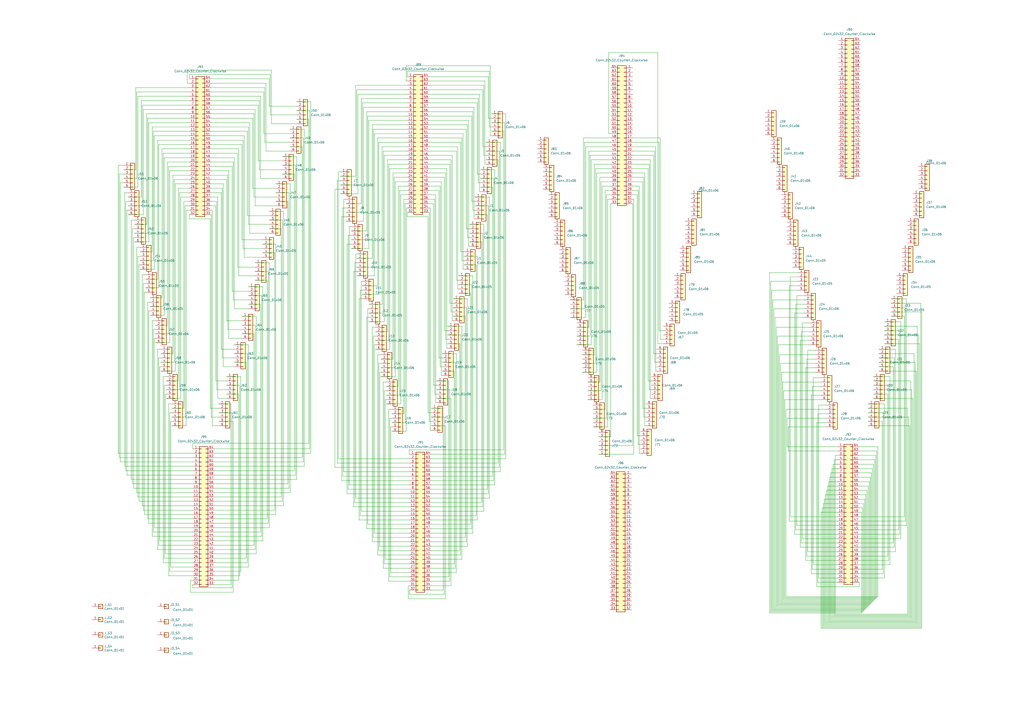
<source format=kicad_sch>
(kicad_sch (version 20230121) (generator eeschema)
  (paper "A2")
  (title_block (title "MEAboard_v1"))
  (wire (pts (xy 522.605 186.69) (xy 513.08 186.69)))
  (wire (pts (xy 280.035 135.255) (xy 280.035 294.005)))
  (wire (pts (xy 465.455 312.42) (xy 465.455 187.325)))
  (wire (pts (xy 106.68 116.84) (xy 106.68 236.855)))
  (wire (pts (xy 280.035 52.07) (xy 248.92 52.07)))
  (wire (pts (xy 219.075 80.01) (xy 219.075 165.735)))
  (wire (pts (xy 265.43 167.64) (xy 265.43 85.09)))
  (wire (pts (xy 160.02 116.84) (xy 167.005 116.84)))
  (wire (pts (xy 271.78 142.875) (xy 271.78 69.85)))
  (wire (pts (xy 92.71 313.69) (xy 111.76 313.69)))
  (wire (pts (xy 95.25 182.88) (xy 95.25 91.44)))
  (wire (pts (xy 111.76 285.75) (xy 79.375 285.75)))
  (wire (pts (xy 367.03 87.63) (xy 379.73 87.63)))
  (wire (pts (xy 513.08 194.31) (xy 532.765 194.31)))
  (wire (pts (xy 446.405 158.115) (xy 446.405 355.6)))
  (wire (pts (xy 131.445 220.98) (xy 125.095 220.98)))
  (wire (pts (xy 74.295 119.38) (xy 82.55 119.38)))
  (wire (pts (xy 207.01 52.07) (xy 207.01 107.315)))
  (wire (pts (xy 134.62 239.395) (xy 127 239.395)))
  (wire (pts (xy 202.565 131.445) (xy 202.565 281.305)))
  (wire (pts (xy 506.73 231.14) (xy 529.59 231.14)))
  (wire (pts (xy 93.345 215.265) (xy 101.6 215.265)))
  (wire (pts (xy 219.71 210.82) (xy 220.98 210.82)))
  (wire (pts (xy 206.375 147.32) (xy 206.375 288.925)))
  (wire (pts (xy 140.97 144.145) (xy 140.97 81.28)))
  (wire (pts (xy 151.13 308.61) (xy 124.46 308.61)))
  (wire (pts (xy 503.555 281.94) (xy 498.475 281.94)))
  (wire (pts (xy 167.64 111.76) (xy 160.02 111.76)))
  (wire (pts (xy 98.425 99.06) (xy 98.425 198.755)))
  (wire (pts (xy 109.855 127) (xy 109.855 124.46)))
  (wire (pts (xy 88.265 146.05) (xy 81.28 146.05)))
  (wire (pts (xy 511.81 330.2) (xy 498.475 330.2)))
  (wire (pts (xy 235.585 120.65) (xy 236.22 120.65)))
  (wire (pts (xy 107.95 121.92) (xy 109.855 121.92)))
  (wire (pts (xy 163.83 90.805) (xy 172.085 90.805)))
  (wire (pts (xy 140.335 83.82) (xy 140.335 139.065)))
  (wire (pts (xy 147.955 63.5) (xy 147.955 119.38)))
  (wire (pts (xy 258.445 196.85) (xy 259.715 196.85)))
  (wire (pts (xy 80.01 288.29) (xy 111.76 288.29)))
  (wire (pts (xy 76.2 278.13) (xy 111.76 278.13)))
  (wire (pts (xy 135.89 91.44) (xy 135.89 179.07)))
  (wire (pts (xy 179.705 260.35) (xy 124.46 260.35)))
  (wire (pts (xy 248.92 77.47) (xy 268.605 77.47)))
  (wire (pts (xy 474.98 335.28) (xy 474.98 234.95)))
  (wire (pts (xy 147.955 160.02) (xy 138.43 160.02)))
  (wire (pts (xy 160.02 106.68) (xy 168.275 106.68)))
  (wire (pts (xy 121.92 127) (xy 109.855 127)))
  (wire (pts (xy 124.46 321.31) (xy 148.59 321.31)))
  (wire (pts (xy 147.955 154.94) (xy 137.795 154.94)))
  (wire (pts (xy 349.25 107.95) (xy 354.33 107.95)))
  (wire (pts (xy 147.955 188.595) (xy 147.955 318.77)))
  (wire (pts (xy 132.08 191.135) (xy 140.335 191.135)))
  (wire (pts (xy 454.025 221.615) (xy 454.025 347.98)))
  (wire (pts (xy 225.425 95.25) (xy 236.22 95.25)))
  (wire (pts (xy 209.55 163.195) (xy 209.55 296.545)))
  (wire (pts (xy 456.565 242.57) (xy 456.565 259.08)))
  (wire (pts (xy 93.345 212.725) (xy 92.71 212.725)))
  (wire (pts (xy 96.52 226.06) (xy 104.14 226.06)))
  (wire (pts (xy 83.185 295.91) (xy 83.185 164.465)))
  (wire (pts (xy 93.98 172.72) (xy 93.98 86.36)))
  (wire (pts (xy 215.9 72.39) (xy 236.22 72.39)))
  (wire (pts (xy 86.995 180.34) (xy 86.36 180.34)))
  (wire (pts (xy 352.425 115.57) (xy 354.33 115.57)))
  (wire (pts (xy 483.235 269.24) (xy 485.775 269.24)))
  (wire (pts (xy 263.525 327.025) (xy 263.525 215.265)))
  (wire (pts (xy 122.555 93.98) (xy 135.255 93.98)))
  (wire (pts (xy 129.54 212.725) (xy 129.54 106.68)))
  (wire (pts (xy 172.085 71.755) (xy 157.48 71.755)))
  (wire (pts (xy 464.82 192.405) (xy 464.82 314.96)))
  (wire (pts (xy 367.03 115.57) (xy 367.665 115.57)))
  (wire (pts (xy 467.995 208.28) (xy 473.075 208.28)))
  (wire (pts (xy 259.715 194.31) (xy 267.335 194.31)))
  (wire (pts (xy 478.79 361.95) (xy 532.13 361.95)))
  (wire (pts (xy 72.39 111.76) (xy 72.39 270.51)))
  (wire (pts (xy 111.76 295.91) (xy 83.185 295.91)))
  (wire (pts (xy 501.015 292.1) (xy 498.475 292.1)))
  (wire (pts (xy 457.835 302.26) (xy 457.835 165.735)))
  (wire (pts (xy 237.49 319.405) (xy 219.71 319.405)))
  (wire (pts (xy 144.78 71.12) (xy 144.78 135.255)))
  (wire (pts (xy 111.76 257.175) (xy 179.07 257.175)))
  (wire (pts (xy 160.02 141.605) (xy 160.02 298.45)))
  (wire (pts (xy 197.485 104.775) (xy 195.58 104.775)))
  (wire (pts (xy 93.345 202.565) (xy 91.44 202.565)))
  (wire (pts (xy 152.4 313.69) (xy 124.46 313.69)))
  (wire (pts (xy 127 236.855) (xy 121.92 236.855)))
  (wire (pts (xy 167.64 111.76) (xy 167.64 283.21)))
  (wire (pts (xy 254.635 207.645) (xy 256.54 207.645)))
  (wire (pts (xy 97.79 334.01) (xy 97.79 234.315)))
  (wire (pts (xy 99.695 247.015) (xy 107.95 247.015)))
  (wire (pts (xy 270.51 314.325) (xy 250.19 314.325)))
  (wire (pts (xy 82.55 159.385) (xy 82.55 293.37)))
  (wire (pts (xy 508.635 261.62) (xy 498.475 261.62)))
  (wire (pts (xy 220.345 316.865) (xy 237.49 316.865)))
  (wire (pts (xy 98.425 239.395) (xy 98.425 331.47)))
  (wire (pts (xy 376.555 95.25) (xy 367.03 95.25)))
  (wire (pts (xy 224.79 92.71) (xy 224.79 192.405)))
  (wire (pts (xy 272.415 132.715) (xy 270.51 132.715)))
  (wire (pts (xy 251.46 118.11) (xy 248.92 118.11)))
  (wire (pts (xy 270.51 178.435) (xy 262.89 178.435)))
  (wire (pts (xy 236.855 339.725) (xy 237.49 339.725)))
  (wire (pts (xy 176.53 270.51) (xy 124.46 270.51)))
  (wire (pts (xy 237.49 291.465) (xy 205.74 291.465)))
  (wire (pts (xy 248.92 72.39) (xy 271.145 72.39)))
  (wire (pts (xy 154.94 162.56) (xy 154.94 300.99)))
  (wire (pts (xy 143.51 125.095) (xy 156.21 125.095)))
  (wire (pts (xy 375.92 97.79) (xy 375.92 220.98)))
  (wire (pts (xy 237.49 311.785) (xy 216.535 311.785)))
  (wire (pts (xy 271.145 72.39) (xy 271.145 137.795)))
  (wire (pts (xy 369.57 113.03) (xy 367.03 113.03)))
  (wire (pts (xy 374.015 247.015) (xy 374.015 100.33)))
  (wire (pts (xy 334.645 189.865) (xy 341.63 189.865)))
  (wire (pts (xy 71.755 103.505) (xy 79.375 103.505)))
  (wire (pts (xy 530.225 205.105) (xy 530.225 360.045)))
  (wire (pts (xy 354.33 118.11) (xy 354.33 253.365)))
  (wire (pts (xy 457.2 261.62) (xy 485.775 261.62)))
  (wire (pts (xy 205.74 291.465) (xy 205.74 152.4)))
  (wire (pts (xy 518.16 314.96) (xy 498.475 314.96)))
  (wire (pts (xy 252.095 115.57) (xy 248.92 115.57)))
  (wire (pts (xy 525.145 302.26) (xy 525.145 178.435)))
  (wire (pts (xy 382.27 191.77) (xy 384.81 191.77)))
  (wire (pts (xy 74.295 116.84) (xy 73.025 116.84)))
  (wire (pts (xy 99.06 244.475) (xy 99.695 244.475)))
  (wire (pts (xy 213.36 179.07) (xy 213.36 304.165)))
  (wire (pts (xy 449.58 352.425) (xy 502.92 352.425)))
  (wire (pts (xy 210.82 128.27) (xy 210.82 62.23)))
  (wire (pts (xy 330.835 173.99) (xy 338.455 173.99)))
  (wire (pts (xy 140.335 186.055) (xy 131.445 186.055)))
  (wire (pts (xy 142.875 323.85) (xy 142.875 210.185)))
  (wire (pts (xy 68.58 262.89) (xy 68.58 95.885)))
  (wire (pts (xy 292.735 263.525) (xy 250.19 263.525)))
  (wire (pts (xy 122.555 45.72) (xy 156.21 45.72)))
  (wire (pts (xy 248.92 92.71) (xy 261.62 92.71)))
  (wire (pts (xy 339.09 82.55) (xy 354.33 82.55)))
  (wire (pts (xy 122.555 83.82) (xy 140.335 83.82)))
  (wire (pts (xy 128.27 111.76) (xy 122.555 111.76)))
  (wire (pts (xy 92.075 207.645) (xy 93.345 207.645)))
  (wire (pts (xy 236.22 44.45) (xy 236.22 41.275)))
  (wire (pts (xy 370.84 262.89) (xy 371.475 262.89)))
  (wire (pts (xy 479.425 240.03) (xy 474.345 240.03)))
  (wire (pts (xy 111.76 265.43) (xy 69.215 265.43)))
  (wire (pts (xy 236.22 105.41) (xy 229.235 105.41)))
  (wire (pts (xy 273.685 116.84) (xy 273.685 67.31)))
  (wire (pts (xy 450.215 351.79) (xy 503.555 351.79)))
  (wire (pts (xy 103.505 220.98) (xy 103.505 109.22)))
  (wire (pts (xy 216.535 194.945) (xy 217.805 194.945)))
  (wire (pts (xy 250.19 332.105) (xy 264.795 332.105)))
  (wire (pts (xy 338.455 80.01) (xy 354.33 80.01)))
  (wire (pts (xy 88.9 191.135) (xy 88.9 308.61)))
  (wire (pts (xy 255.27 212.725) (xy 256.54 212.725)))
  (wire (pts (xy 276.86 301.625) (xy 250.19 301.625)))
  (wire (pts (xy 144.145 168.91) (xy 134.62 168.91)))
  (wire (pts (xy 474.98 234.95) (xy 479.425 234.95)))
  (wire (pts (xy 457.835 165.735) (xy 462.915 165.735)))
  (wire (pts (xy 231.14 107.95) (xy 236.22 107.95)))
  (wire (pts (xy 73.66 275.59) (xy 73.66 121.92)))
  (wire (pts (xy 458.47 160.655) (xy 458.47 299.72)))
  (wire (pts (xy 471.17 224.155) (xy 471.17 330.2)))
  (wire (pts (xy 454.025 221.615) (xy 476.25 221.615)))
  (wire (pts (xy 447.04 163.195) (xy 447.04 354.965)))
  (wire (pts (xy 171.45 95.885) (xy 163.83 95.885)))
  (wire (pts (xy 236.22 125.73) (xy 236.22 123.19)))
  (wire (pts (xy 111.76 311.15) (xy 88.265 311.15)))
  (wire (pts (xy 132.08 101.6) (xy 132.08 191.135)))
  (wire (pts (xy 330.835 179.07) (xy 339.09 179.07)))
  (wire (pts (xy 223.52 231.775) (xy 223.52 324.485)))
  (wire (pts (xy 224.155 231.775) (xy 223.52 231.775)))
  (wire (pts (xy 264.795 205.105) (xy 256.54 205.105)))
  (wire (pts (xy 354.33 113.03) (xy 351.79 113.03)))
  (wire (pts (xy 372.745 236.855) (xy 372.745 105.41)))
  (wire (pts (xy 485.775 294.64) (xy 476.885 294.64)))
  (wire (pts (xy 455.295 231.775) (xy 455.295 346.71)))
  (wire (pts (xy 281.94 87.63) (xy 289.56 87.63)))
  (wire (pts (xy 139.7 331.47) (xy 139.7 218.44)))
  (wire (pts (xy 277.495 57.15) (xy 248.92 57.15)))
  (wire (pts (xy 97.79 96.52) (xy 97.79 193.675)))
  (wire (pts (xy 139.065 334.01) (xy 124.46 334.01)))
  (wire (pts (xy 382.905 196.85) (xy 382.905 80.01)))
  (wire (pts (xy 253.365 220.98) (xy 260.35 220.98)))
  (wire (pts (xy 273.685 165.1) (xy 273.685 306.705)))
  (wire (pts (xy 461.01 181.61) (xy 461.01 309.88)))
  (wire (pts (xy 373.38 102.87) (xy 373.38 241.935)))
  (wire (pts (xy 83.185 124.46) (xy 83.185 63.5)))
  (wire (pts (xy 279.4 291.465) (xy 250.19 291.465)))
  (wire (pts (xy 453.39 215.9) (xy 453.39 348.615)))
  (wire (pts (xy 180.34 262.89) (xy 124.46 262.89)))
  (wire (pts (xy 111.76 280.67) (xy 76.835 280.67)))
  (wire (pts (xy 283.845 73.66) (xy 285.115 73.66)))
  (wire (pts (xy 122.555 121.92) (xy 123.19 121.92)))
  (wire (pts (xy 86.36 303.53) (xy 111.76 303.53)))
  (wire (pts (xy 248.285 239.395) (xy 248.285 125.73)))
  (wire (pts (xy 126.365 114.3) (xy 126.365 231.14)))
  (wire (pts (xy 147.955 162.56) (xy 154.94 162.56)))
  (wire (pts (xy 258.445 347.345) (xy 236.855 347.345)))
  (wire (pts (xy 339.09 82.55) (xy 339.09 179.07)))
  (wire (pts (xy 129.54 106.68) (xy 122.555 106.68)))
  (wire (pts (xy 337.82 210.82) (xy 345.44 210.82)))
  (wire (pts (xy 164.465 293.37) (xy 124.46 293.37)))
  (wire (pts (xy 452.755 349.25) (xy 506.095 349.25)))
  (wire (pts (xy 446.405 355.6) (xy 499.745 355.6)))
  (wire (pts (xy 236.22 90.17) (xy 222.885 90.17)))
  (wire (pts (xy 479.425 361.315) (xy 479.425 284.48)))
  (wire (pts (xy 256.54 217.805) (xy 255.905 217.805)))
  (wire (pts (xy 283.21 119.38) (xy 275.59 119.38)))
  (wire (pts (xy 227.965 208.28) (xy 220.98 208.28)))
  (wire (pts (xy 237.49 327.025) (xy 222.885 327.025)))
  (wire (pts (xy 68.58 262.89) (xy 111.76 262.89)))
  (wire (pts (xy 367.03 102.87) (xy 373.38 102.87)))
  (wire (pts (xy 508 264.16) (xy 498.475 264.16)))
  (wire (pts (xy 236.22 52.07) (xy 207.01 52.07)))
  (wire (pts (xy 135.255 173.99) (xy 144.145 173.99)))
  (wire (pts (xy 172.085 278.13) (xy 124.46 278.13)))
  (wire (pts (xy 375.92 220.98) (xy 377.825 220.98)))
  (wire (pts (xy 260.985 337.185) (xy 250.19 337.185)))
  (wire (pts (xy 458.47 160.655) (xy 462.915 160.655)))
  (wire (pts (xy 140.335 188.595) (xy 147.955 188.595)))
  (wire (pts (xy 271.145 173.355) (xy 271.145 316.865)))
  (wire (pts (xy 101.6 106.68) (xy 109.855 106.68)))
  (wire (pts (xy 212.725 306.705) (xy 237.49 306.705)))
  (wire (pts (xy 208.28 173.355) (xy 208.28 301.625)))
  (wire (pts (xy 151.765 171.45) (xy 151.765 311.15)))
  (wire (pts (xy 83.185 63.5) (xy 109.855 63.5)))
  (wire (pts (xy 180.34 59.055) (xy 180.34 262.89)))
  (wire (pts (xy 150.495 58.42) (xy 150.495 98.425)))
  (wire (pts (xy 367.03 97.79) (xy 375.92 97.79)))
  (wire (pts (xy 498.475 335.28) (xy 513.08 335.28)))
  (wire (pts (xy 111.76 275.59) (xy 73.66 275.59)))
  (wire (pts (xy 275.59 116.84) (xy 273.685 116.84)))
  (wire (pts (xy 266.065 162.56) (xy 264.795 162.56)))
  (wire (pts (xy 348.615 105.41) (xy 348.615 226.695)))
  (wire (pts (xy 260.985 175.895) (xy 260.985 95.25)))
  (wire (pts (xy 92.71 212.725) (xy 92.71 313.69)))
  (wire (pts (xy 269.875 311.785) (xy 250.19 311.785)))
  (wire (pts (xy 248.92 49.53) (xy 280.67 49.53)))
  (wire (pts (xy 226.06 242.57) (xy 226.06 334.645)))
  (wire (pts (xy 485.775 317.5) (xy 464.185 317.5)))
  (wire (pts (xy 95.25 91.44) (xy 109.855 91.44)))
  (wire (pts (xy 85.09 130.175) (xy 85.09 66.04)))
  (wire (pts (xy 525.145 178.435) (xy 516.89 178.435)))
  (wire (pts (xy 86.995 177.8) (xy 94.615 177.8)))
  (wire (pts (xy 469.9 194.945) (xy 450.85 194.945)))
  (wire (pts (xy 163.83 290.83) (xy 124.46 290.83)))
  (wire (pts (xy 109.855 73.66) (xy 88.265 73.66)))
  (wire (pts (xy 515.62 223.52) (xy 515.62 325.12)))
  (wire (pts (xy 78.74 98.425) (xy 78.74 50.8)))
  (wire (pts (xy 156.21 45.72) (xy 156.21 61.595)))
  (wire (pts (xy 522.605 312.42) (xy 498.475 312.42)))
  (wire (pts (xy 464.185 317.5) (xy 464.185 197.485)))
  (wire (pts (xy 512.445 239.395) (xy 503.555 239.395)))
  (wire (pts (xy 122.555 55.88) (xy 151.13 55.88)))
  (wire (pts (xy 346.075 100.33) (xy 346.075 215.9)))
  (wire (pts (xy 345.44 210.82) (xy 345.44 97.79)))
  (wire (pts (xy 485.775 322.58) (xy 467.995 322.58)))
  (wire (pts (xy 237.49 263.525) (xy 237.49 260.985)))
  (wire (pts (xy 483.87 266.7) (xy 485.775 266.7)))
  (wire (pts (xy 234.95 245.11) (xy 234.95 118.11)))
  (wire (pts (xy 473.71 340.36) (xy 498.475 340.36)))
  (wire (pts (xy 221.615 85.09) (xy 221.615 176.53)))
  (wire (pts (xy 212.725 64.77) (xy 212.725 133.985)))
  (wire (pts (xy 267.97 151.13) (xy 269.24 151.13)))
  (wire (pts (xy 354.33 253.365) (xy 347.345 253.365)))
  (wire (pts (xy 236.22 41.275) (xy 283.845 41.275)))
  (wire (pts (xy 481.965 274.32) (xy 481.965 358.775)))
  (wire (pts (xy 85.725 135.255) (xy 85.725 68.58)))
  (wire (pts (xy 95.885 228.6) (xy 96.52 228.6)))
  (wire (pts (xy 466.725 181.61) (xy 461.01 181.61)))
  (wire (pts (xy 227.33 242.57) (xy 226.06 242.57)))
  (wire (pts (xy 506.095 271.78) (xy 498.475 271.78)))
  (wire (pts (xy 344.17 247.65) (xy 352.425 247.65)))
  (wire (pts (xy 473.075 210.82) (xy 452.755 210.82)))
  (wire (pts (xy 135.255 343.535) (xy 110.49 343.535)))
  (wire (pts (xy 467.36 213.36) (xy 467.36 325.12)))
  (wire (pts (xy 256.54 210.185) (xy 264.16 210.185)))
  (wire (pts (xy 347.345 258.445) (xy 367.03 258.445)))
  (wire (pts (xy 196.215 99.695) (xy 197.485 99.695)))
  (wire (pts (xy 347.98 102.87) (xy 354.33 102.87)))
  (wire (pts (xy 512.445 332.74) (xy 512.445 239.395)))
  (wire (pts (xy 99.695 241.935) (xy 107.315 241.935)))
  (wire (pts (xy 500.38 294.64) (xy 500.38 354.965)))
  (wire (pts (xy 232.41 113.03) (xy 236.22 113.03)))
  (wire (pts (xy 207.645 54.61) (xy 236.22 54.61)))
  (wire (pts (xy 74.295 111.76) (xy 72.39 111.76)))
  (wire (pts (xy 498.475 320.04) (xy 519.43 320.04)))
  (wire (pts (xy 262.89 175.895) (xy 260.985 175.895)))
  (wire (pts (xy 207.01 147.32) (xy 206.375 147.32)))
  (wire (pts (xy 134.62 96.52) (xy 122.555 96.52)))
  (wire (pts (xy 126.365 231.14) (xy 131.445 231.14)))
  (wire (pts (xy 142.875 210.185) (xy 135.89 210.185)))
  (wire (pts (xy 351.155 110.49) (xy 354.33 110.49)))
  (wire (pts (xy 248.92 82.55) (xy 267.335 82.55)))
  (wire (pts (xy 528.955 226.06) (xy 506.73 226.06)))
  (wire (pts (xy 259.08 201.93) (xy 259.08 97.79)))
  (wire (pts (xy 78.105 127.635) (xy 76.2 127.635)))
  (wire (pts (xy 485.775 327.66) (xy 471.805 327.66)))
  (wire (pts (xy 367.665 115.57) (xy 367.665 263.525)))
  (wire (pts (xy 217.17 200.025) (xy 217.17 309.245)))
  (wire (pts (xy 483.235 357.505) (xy 483.235 269.24)))
  (wire (pts (xy 377.19 92.71) (xy 377.19 231.14)))
  (wire (pts (xy 264.16 210.185) (xy 264.16 329.565)))
  (wire (pts (xy 219.075 321.945) (xy 219.075 205.74)))
  (wire (pts (xy 207.645 112.395) (xy 207.645 54.61)))
  (wire (pts (xy 222.25 87.63) (xy 236.22 87.63)))
  (wire (pts (xy 207.01 149.86) (xy 215.9 149.86)))
  (wire (pts (xy 381.635 30.48) (xy 381.635 199.39)))
  (wire (pts (xy 525.78 304.8) (xy 498.475 304.8)))
  (wire (pts (xy 273.05 304.165) (xy 250.19 304.165)))
  (wire (pts (xy 91.44 161.925) (xy 84.455 161.925)))
  (wire (pts (xy 342.9 200.025) (xy 342.9 92.71)))
  (wire (pts (xy 144.145 73.66) (xy 144.145 130.175)))
  (wire (pts (xy 122.555 53.34) (xy 153.035 53.34)))
  (wire (pts (xy 354.33 100.33) (xy 346.075 100.33)))
  (wire (pts (xy 270.51 74.93) (xy 248.92 74.93)))
  (wire (pts (xy 248.92 80.01) (xy 267.97 80.01)))
  (wire (pts (xy 271.145 137.795) (xy 272.415 137.795)))
  (wire (pts (xy 290.195 273.685) (xy 290.195 82.55)))
  (wire (pts (xy 283.21 68.58) (xy 283.21 44.45)))
  (wire (pts (xy 104.775 231.14) (xy 104.775 114.3)))
  (wire (pts (xy 485.775 281.94) (xy 480.06 281.94)))
  (wire (pts (xy 219.71 82.55) (xy 219.71 170.815)))
  (wire (pts (xy 236.22 97.79) (xy 226.06 97.79)))
  (wire (pts (xy 257.81 102.87) (xy 248.92 102.87)))
  (wire (pts (xy 159.385 295.91) (xy 124.46 295.91)))
  (wire (pts (xy 154.305 87.63) (xy 168.275 87.63)))
  (wire (pts (xy 168.275 106.68) (xy 168.275 285.75)))
  (wire (pts (xy 223.52 324.485) (xy 237.49 324.485)))
  (wire (pts (xy 180.34 59.055) (xy 172.085 59.055)))
  (wire (pts (xy 81.28 153.67) (xy 80.645 153.67)))
  (wire (pts (xy 521.335 307.34) (xy 521.335 196.85)))
  (wire (pts (xy 345.44 97.79) (xy 354.33 97.79)))
  (wire (pts (xy 484.505 264.16) (xy 485.775 264.16)))
  (wire (pts (xy 231.14 107.95) (xy 231.14 224.155)))
  (wire (pts (xy 266.065 170.18) (xy 273.05 170.18)))
  (wire (pts (xy 272.415 142.875) (xy 271.78 142.875)))
  (wire (pts (xy 179.705 64.135) (xy 172.085 64.135)))
  (wire (pts (xy 219.71 319.405) (xy 219.71 210.82)))
  (wire (pts (xy 261.62 231.14) (xy 261.62 339.725)))
  (wire (pts (xy 216.535 311.785) (xy 216.535 194.945)))
  (wire (pts (xy 462.28 171.45) (xy 462.28 304.8)))
  (wire (pts (xy 108.585 40.64) (xy 108.585 48.26)))
  (wire (pts (xy 280.035 135.255) (xy 272.415 135.255)))
  (wire (pts (xy 248.92 100.33) (xy 258.445 100.33)))
  (wire (pts (xy 122.555 73.66) (xy 144.145 73.66)))
  (wire (pts (xy 524.51 299.72) (xy 498.475 299.72)))
  (wire (pts (xy 176.53 74.93) (xy 176.53 270.51)))
  (wire (pts (xy 341.63 87.63) (xy 354.33 87.63)))
  (wire (pts (xy 454.025 347.98) (xy 507.365 347.98)))
  (wire (pts (xy 84.455 169.545) (xy 83.82 169.545)))
  (wire (pts (xy 342.9 92.71) (xy 354.33 92.71)))
  (wire (pts (xy 198.755 120.65) (xy 200.66 120.65)))
  (wire (pts (xy 154.94 300.99) (xy 124.46 300.99)))
  (wire (pts (xy 380.365 215.265) (xy 380.365 85.09)))
  (wire (pts (xy 261.62 180.975) (xy 262.89 180.975)))
  (wire (pts (xy 481.965 358.775) (xy 528.955 358.775)))
  (wire (pts (xy 266.7 319.405) (xy 250.19 319.405)))
  (wire (pts (xy 478.79 361.95) (xy 478.79 287.02)))
  (wire (pts (xy 340.995 231.775) (xy 349.25 231.775)))
  (wire (pts (xy 147.32 114.3) (xy 160.02 114.3)))
  (wire (pts (xy 228.6 213.36) (xy 228.6 102.87)))
  (wire (pts (xy 81.915 114.3) (xy 74.295 114.3)))
  (wire (pts (xy 527.685 247.015) (xy 527.685 357.505)))
  (wire (pts (xy 455.93 346.075) (xy 509.27 346.075)))
  (wire (pts (xy 267.97 80.01) (xy 267.97 151.13)))
  (wire (pts (xy 171.45 95.885) (xy 171.45 275.59)))
  (wire (pts (xy 530.86 210.185) (xy 509.905 210.185)))
  (wire (pts (xy 89.535 306.07) (xy 89.535 196.215)))
  (wire (pts (xy 498.475 287.02) (xy 502.285 287.02)))
  (wire (pts (xy 71.755 100.965) (xy 69.215 100.965)))
  (wire (pts (xy 201.93 136.525) (xy 201.93 283.845)))
  (wire (pts (xy 286.385 278.765) (xy 286.385 103.505)))
  (wire (pts (xy 248.92 244.475) (xy 248.92 123.19)))
  (wire (pts (xy 225.425 237.49) (xy 227.33 237.49)))
  (wire (pts (xy 172.085 66.675) (xy 156.845 66.675)))
  (wire (pts (xy 250.19 247.015) (xy 258.445 247.015)))
  (wire (pts (xy 133.985 339.09) (xy 124.46 339.09)))
  (wire (pts (xy 201.93 283.845) (xy 237.49 283.845)))
  (wire (pts (xy 473.075 203.2) (xy 468.63 203.2)))
  (wire (pts (xy 285.75 108.585) (xy 285.75 276.225)))
  (wire (pts (xy 281.94 95.25) (xy 281.305 95.25)))
  (wire (pts (xy 138.43 336.55) (xy 138.43 228.6)))
  (wire (pts (xy 287.02 98.425) (xy 287.02 281.305)))
  (wire (pts (xy 135.89 205.105) (xy 143.51 205.105)))
  (wire (pts (xy 266.065 160.02) (xy 274.32 160.02)))
  (wire (pts (xy 519.43 202.565) (xy 519.43 320.04)))
  (wire (pts (xy 150.495 98.425) (xy 163.83 98.425)))
  (wire (pts (xy 272.415 140.335) (xy 279.4 140.335)))
  (wire (pts (xy 237.49 344.805) (xy 257.81 344.805)))
  (wire (pts (xy 128.905 109.22) (xy 128.905 207.645)))
  (wire (pts (xy 468.63 203.2) (xy 468.63 320.04)))
  (wire (pts (xy 346.075 215.9) (xy 337.82 215.9)))
  (wire (pts (xy 237.49 281.305) (xy 202.565 281.305)))
  (wire (pts (xy 110.49 336.55) (xy 111.76 336.55)))
  (wire (pts (xy 255.27 107.95) (xy 255.27 212.725)))
  (wire (pts (xy 97.79 96.52) (xy 109.855 96.52)))
  (wire (pts (xy 474.345 337.82) (xy 485.775 337.82)))
  (wire (pts (xy 208.915 168.275) (xy 210.185 168.275)))
  (wire (pts (xy 293.37 266.065) (xy 293.37 66.04)))
  (wire (pts (xy 506.095 271.78) (xy 506.095 349.25)))
  (wire (pts (xy 257.81 191.77) (xy 259.715 191.77)))
  (wire (pts (xy 474.345 240.03) (xy 474.345 337.82)))
  (wire (pts (xy 515.62 325.12) (xy 498.475 325.12)))
  (wire (pts (xy 100.965 210.185) (xy 100.965 104.14)))
  (wire (pts (xy 282.575 124.46) (xy 282.575 283.845)))
  (wire (pts (xy 71.755 98.425) (xy 78.74 98.425)))
  (wire (pts (xy 451.485 200.025) (xy 451.485 350.52)))
  (wire (pts (xy 78.74 50.8) (xy 109.855 50.8)))
  (wire (pts (xy 379.73 210.185) (xy 381 210.185)))
  (wire (pts (xy 111.76 340.995) (xy 111.76 339.09)))
  (wire (pts (xy 235.585 38.1) (xy 235.585 46.99)))
  (wire (pts (xy 163.83 127.635) (xy 156.21 127.635)))
  (wire (pts (xy 216.535 74.93) (xy 216.535 154.94)))
  (wire (pts (xy 270.51 132.715) (xy 270.51 74.93)))
  (wire (pts (xy 516.255 218.44) (xy 506.73 218.44)))
  (wire (pts (xy 163.195 132.715) (xy 163.195 288.29)))
  (wire (pts (xy 137.795 154.94) (xy 137.795 88.9)))
  (wire (pts (xy 234.315 115.57) (xy 234.315 240.03)))
  (wire (pts (xy 288.925 268.605) (xy 288.925 92.71)))
  (wire (pts (xy 111.76 300.99) (xy 85.725 300.99)))
  (wire (pts (xy 104.14 111.76) (xy 109.855 111.76)))
  (wire (pts (xy 122.555 58.42) (xy 150.495 58.42)))
  (wire (pts (xy 501.65 289.56) (xy 498.475 289.56)))
  (wire (pts (xy 80.645 153.67) (xy 80.645 290.83)))
  (wire (pts (xy 237.49 266.065) (xy 196.215 266.065)))
  (wire (pts (xy 217.17 309.245) (xy 237.49 309.245)))
  (wire (pts (xy 480.06 360.68) (xy 530.86 360.68)))
  (wire (pts (xy 448.945 179.07) (xy 448.945 353.06)))
  (wire (pts (xy 210.185 163.195) (xy 209.55 163.195)))
  (wire (pts (xy 111.76 321.31) (xy 95.885 321.31)))
  (wire (pts (xy 498.475 276.86) (xy 504.825 276.86)))
  (wire (pts (xy 84.455 167.005) (xy 92.075 167.005)))
  (wire (pts (xy 454.66 226.695) (xy 476.25 226.695)))
  (wire (pts (xy 506.73 269.24) (xy 498.475 269.24)))
  (wire (pts (xy 283.845 288.925) (xy 250.19 288.925)))
  (wire (pts (xy 469.9 192.405) (xy 464.82 192.405)))
  (wire (pts (xy 262.89 173.355) (xy 271.145 173.355)))
  (wire (pts (xy 506.73 220.98) (xy 528.32 220.98)))
  (wire (pts (xy 531.495 361.315) (xy 479.425 361.315)))
  (wire (pts (xy 96.52 220.98) (xy 103.505 220.98)))
  (wire (pts (xy 203.835 136.525) (xy 201.93 136.525)))
  (wire (pts (xy 201.295 141.605) (xy 201.295 286.385)))
  (wire (pts (xy 100.965 104.14) (xy 109.855 104.14)))
  (wire (pts (xy 213.36 304.165) (xy 237.49 304.165)))
  (wire (pts (xy 288.925 92.71) (xy 281.94 92.71)))
  (wire (pts (xy 377.19 231.14) (xy 377.825 231.14)))
  (wire (pts (xy 89.535 156.21) (xy 89.535 78.74)))
  (wire (pts (xy 236.855 347.345) (xy 236.855 339.725)))
  (wire (pts (xy 97.155 93.98) (xy 97.155 188.595)))
  (wire (pts (xy 476.25 364.49) (xy 534.67 364.49)))
  (wire (pts (xy 229.235 105.41) (xy 229.235 218.44)))
  (wire (pts (xy 478.79 287.02) (xy 485.775 287.02)))
  (wire (pts (xy 498.475 332.74) (xy 512.445 332.74)))
  (wire (pts (xy 276.86 148.59) (xy 269.24 148.59)))
  (wire (pts (xy 250.19 339.725) (xy 261.62 339.725)))
  (wire (pts (xy 354.33 105.41) (xy 348.615 105.41)))
  (wire (pts (xy 354.33 85.09) (xy 339.725 85.09)))
  (wire (pts (xy 69.85 267.97) (xy 111.76 267.97)))
  (wire (pts (xy 485.775 307.34) (xy 461.645 307.34)))
  (wire (pts (xy 201.295 141.605) (xy 203.835 141.605)))
  (wire (pts (xy 123.19 247.015) (xy 127 247.015)))
  (wire (pts (xy 504.19 279.4) (xy 504.19 351.155)))
  (wire (pts (xy 164.465 122.555) (xy 164.465 293.37)))
  (wire (pts (xy 462.915 158.115) (xy 446.405 158.115)))
  (wire (pts (xy 217.805 200.025) (xy 217.17 200.025)))
  (wire (pts (xy 175.26 265.43) (xy 124.46 265.43)))
  (wire (pts (xy 85.09 66.04) (xy 109.855 66.04)))
  (wire (pts (xy 213.995 144.145) (xy 203.835 144.145)))
  (wire (pts (xy 135.89 212.725) (xy 129.54 212.725)))
  (wire (pts (xy 267.97 189.23) (xy 259.715 189.23)))
  (wire (pts (xy 86.36 180.34) (xy 86.36 303.53)))
  (wire (pts (xy 448.31 353.695) (xy 501.65 353.695)))
  (wire (pts (xy 80.01 108.585) (xy 80.01 55.88)))
  (wire (pts (xy 208.915 299.085) (xy 237.49 299.085)))
  (wire (pts (xy 370.205 110.49) (xy 367.03 110.49)))
  (wire (pts (xy 231.775 110.49) (xy 231.775 229.235)))
  (wire (pts (xy 85.725 68.58) (xy 109.855 68.58)))
  (wire (pts (xy 231.775 229.235) (xy 224.155 229.235)))
  (wire (pts (xy 500.38 294.64) (xy 498.475 294.64)))
  (wire (pts (xy 521.97 309.88) (xy 498.475 309.88)))
  (wire (pts (xy 530.225 360.045) (xy 480.695 360.045)))
  (wire (pts (xy 382.27 82.55) (xy 382.27 191.77)))
  (wire (pts (xy 179.07 69.215) (xy 172.085 69.215)))
  (wire (pts (xy 251.46 223.52) (xy 253.365 223.52)))
  (wire (pts (xy 339.725 85.09) (xy 339.725 184.15)))
  (wire (pts (xy 264.795 87.63) (xy 248.92 87.63)))
  (wire (pts (xy 266.7 199.39) (xy 259.715 199.39)))
  (wire (pts (xy 513.08 191.77) (xy 521.97 191.77)))
  (wire (pts (xy 509.905 215.265) (xy 531.495 215.265)))
  (wire (pts (xy 504.825 276.86) (xy 504.825 350.52)))
  (wire (pts (xy 69.85 106.045) (xy 71.755 106.045)))
  (wire (pts (xy 160.02 141.605) (xy 152.4 141.605)))
  (wire (pts (xy 250.19 276.225) (xy 285.75 276.225)))
  (wire (pts (xy 210.185 173.355) (xy 208.28 173.355)))
  (wire (pts (xy 124.46 331.47) (xy 139.7 331.47)))
  (wire (pts (xy 455.295 346.71) (xy 508.635 346.71)))
  (wire (pts (xy 155.575 303.53) (xy 124.46 303.53)))
  (wire (pts (xy 286.385 278.765) (xy 250.19 278.765)))
  (wire (pts (xy 139.065 223.52) (xy 139.065 334.01)))
  (wire (pts (xy 250.19 239.395) (xy 248.285 239.395)))
  (wire (pts (xy 250.19 236.855) (xy 257.175 236.855)))
  (wire (pts (xy 135.255 93.98) (xy 135.255 173.99)))
  (wire (pts (xy 470.535 229.235) (xy 476.25 229.235)))
  (wire (pts (xy 107.95 247.015) (xy 107.95 121.92)))
  (wire (pts (xy 255.905 217.805) (xy 255.905 105.41)))
  (wire (pts (xy 502.285 287.02) (xy 502.285 353.06)))
  (wire (pts (xy 153.035 53.34) (xy 153.035 77.47)))
  (wire (pts (xy 351.155 237.49) (xy 351.155 110.49)))
  (wire (pts (xy 121.92 236.855) (xy 121.92 127)))
  (wire (pts (xy 250.19 334.645) (xy 260.35 334.645)))
  (wire (pts (xy 122.555 241.935) (xy 122.555 124.46)))
  (wire (pts (xy 217.17 77.47) (xy 236.22 77.47)))
  (wire (pts (xy 209.55 296.545) (xy 237.49 296.545)))
  (wire (pts (xy 379.095 205.105) (xy 379.095 90.17)))
  (wire (pts (xy 109.855 81.28) (xy 91.44 81.28)))
  (wire (pts (xy 379.095 90.17) (xy 367.03 90.17)))
  (wire (pts (xy 219.71 82.55) (xy 236.22 82.55)))
  (wire (pts (xy 86.36 71.12) (xy 109.855 71.12)))
  (wire (pts (xy 503.555 247.015) (xy 527.685 247.015)))
  (wire (pts (xy 264.16 329.565) (xy 250.19 329.565)))
  (wire (pts (xy 149.86 93.345) (xy 149.86 60.96)))
  (wire (pts (xy 528.32 358.14) (xy 482.6 358.14)))
  (wire (pts (xy 257.81 102.87) (xy 257.81 191.77)))
  (wire (pts (xy 468.63 320.04) (xy 485.775 320.04)))
  (wire (pts (xy 128.905 207.645) (xy 135.89 207.645)))
  (wire (pts (xy 232.41 234.315) (xy 232.41 113.03)))
  (wire (pts (xy 151.13 103.505) (xy 163.83 103.505)))
  (wire (pts (xy 271.78 69.85) (xy 248.92 69.85)))
  (wire (pts (xy 194.31 109.855) (xy 197.485 109.855)))
  (wire (pts (xy 253.365 226.06) (xy 260.985 226.06)))
  (wire (pts (xy 156.845 43.18) (xy 109.855 43.18)))
  (wire (pts (xy 107.315 119.38) (xy 109.855 119.38)))
  (wire (pts (xy 81.915 58.42) (xy 81.915 114.3)))
  (wire (pts (xy 518.16 212.725) (xy 518.16 314.96)))
  (wire (pts (xy 226.06 202.565) (xy 217.805 202.565)))
  (wire (pts (xy 528.955 358.775) (xy 528.955 226.06)))
  (wire (pts (xy 237.49 344.805) (xy 237.49 342.265)))
  (wire (pts (xy 371.475 257.81) (xy 370.205 257.81)))
  (wire (pts (xy 69.215 100.965) (xy 69.215 265.43)))
  (wire (pts (xy 455.295 231.775) (xy 476.25 231.775)))
  (wire (pts (xy 76.835 132.715) (xy 78.105 132.715)))
  (wire (pts (xy 147.955 152.4) (xy 156.21 152.4)))
  (wire (pts (xy 224.155 234.315) (xy 232.41 234.315)))
  (wire (pts (xy 198.12 278.765) (xy 237.49 278.765)))
  (wire (pts (xy 274.955 62.23) (xy 274.955 127)))
  (wire (pts (xy 94.615 326.39) (xy 94.615 218.44)))
  (wire (pts (xy 225.425 197.485) (xy 225.425 95.25)))
  (wire (pts (xy 286.385 103.505) (xy 278.765 103.505)))
  (wire (pts (xy 473.075 213.36) (xy 467.36 213.36)))
  (wire (pts (xy 473.71 245.11) (xy 479.425 245.11)))
  (wire (pts (xy 226.06 97.79) (xy 226.06 202.565)))
  (wire (pts (xy 509.905 205.105) (xy 530.225 205.105)))
  (wire (pts (xy 213.995 181.61) (xy 222.25 181.61)))
  (wire (pts (xy 140.335 139.065) (xy 152.4 139.065)))
  (wire (pts (xy 213.995 179.07) (xy 213.36 179.07)))
  (wire (pts (xy 281.305 95.25) (xy 281.305 46.99)))
  (wire (pts (xy 111.76 340.995) (xy 134.62 340.995)))
  (wire (pts (xy 448.31 173.99) (xy 466.725 173.99)))
  (wire (pts (xy 248.92 64.77) (xy 274.32 64.77)))
  (wire (pts (xy 224.79 192.405) (xy 217.805 192.405)))
  (wire (pts (xy 220.98 213.36) (xy 228.6 213.36)))
  (wire (pts (xy 367.665 263.525) (xy 347.345 263.525)))
  (wire (pts (xy 217.805 189.865) (xy 215.9 189.865)))
  (wire (pts (xy 167.005 280.67) (xy 124.46 280.67)))
  (wire (pts (xy 153.67 82.55) (xy 168.275 82.55)))
  (wire (pts (xy 376.555 226.06) (xy 376.555 95.25)))
  (wire (pts (xy 144.145 166.37) (xy 152.4 166.37)))
  (wire (pts (xy 349.25 231.775) (xy 349.25 107.95)))
  (wire (pts (xy 248.92 62.23) (xy 274.955 62.23)))
  (wire (pts (xy 367.03 82.55) (xy 382.27 82.55)))
  (wire (pts (xy 282.575 283.845) (xy 250.19 283.845)))
  (wire (pts (xy 236.22 92.71) (xy 224.79 92.71)))
  (wire (pts (xy 252.73 233.68) (xy 253.365 233.68)))
  (wire (pts (xy 278.13 54.61) (xy 278.13 111.125)))
  (wire (pts (xy 200.66 118.11) (xy 209.55 118.11)))
  (wire (pts (xy 152.4 166.37) (xy 152.4 313.69)))
  (wire (pts (xy 132.715 196.215) (xy 132.715 99.06)))
  (wire (pts (xy 88.9 151.13) (xy 88.9 76.2)))
  (wire (pts (xy 236.22 110.49) (xy 231.775 110.49)))
  (wire (pts (xy 107.315 241.935) (xy 107.315 119.38)))
  (wire (pts (xy 277.495 106.045) (xy 277.495 57.15)))
  (wire (pts (xy 248.285 125.73) (xy 236.22 125.73)))
  (wire (pts (xy 476.25 297.18) (xy 485.775 297.18)))
  (wire (pts (xy 68.58 95.885) (xy 71.755 95.885)))
  (wire (pts (xy 283.845 114.3) (xy 283.845 288.925)))
  (wire (pts (xy 532.13 189.23) (xy 532.13 361.95)))
  (wire (pts (xy 237.49 260.985) (xy 292.1 260.985)))
  (wire (pts (xy 507.365 266.7) (xy 498.475 266.7)))
  (wire (pts (xy 334.645 200.025) (xy 342.9 200.025)))
  (wire (pts (xy 195.58 268.605) (xy 237.49 268.605)))
  (wire (pts (xy 464.185 197.485) (xy 469.9 197.485)))
  (wire (pts (xy 93.98 86.36) (xy 109.855 86.36)))
  (wire (pts (xy 159.385 146.685) (xy 152.4 146.685)))
  (wire (pts (xy 197.485 102.235) (xy 206.375 102.235)))
  (wire (pts (xy 271.145 316.865) (xy 250.19 316.865)))
  (wire (pts (xy 292.1 76.2) (xy 285.115 76.2)))
  (wire (pts (xy 194.31 271.145) (xy 237.49 271.145)))
  (wire (pts (xy 273.685 67.31) (xy 248.92 67.31)))
  (wire (pts (xy 98.425 331.47) (xy 111.76 331.47)))
  (wire (pts (xy 259.08 97.79) (xy 248.92 97.79)))
  (wire (pts (xy 462.915 168.275) (xy 447.675 168.275)))
  (wire (pts (xy 467.36 325.12) (xy 485.775 325.12)))
  (wire (pts (xy 503.555 281.94) (xy 503.555 351.79)))
  (wire (pts (xy 457.835 302.26) (xy 485.775 302.26)))
  (wire (pts (xy 222.885 90.17) (xy 222.885 186.69)))
  (wire (pts (xy 347.98 221.615) (xy 347.98 102.87)))
  (wire (pts (xy 248.92 90.17) (xy 262.255 90.17)))
  (wire (pts (xy 278.765 106.045) (xy 277.495 106.045)))
  (wire (pts (xy 163.83 100.965) (xy 170.815 100.965)))
  (wire (pts (xy 213.995 176.53) (xy 221.615 176.53)))
  (wire (pts (xy 498.475 340.36) (xy 498.475 337.82)))
  (wire (pts (xy 281.94 85.09) (xy 280.035 85.09)))
  (wire (pts (xy 381.635 30.48) (xy 353.06 30.48)))
  (wire (pts (xy 341.63 189.865) (xy 341.63 87.63)))
  (wire (pts (xy 88.265 73.66) (xy 88.265 146.05)))
  (wire (pts (xy 471.805 327.66) (xy 471.805 219.075)))
  (wire (pts (xy 447.675 168.275) (xy 447.675 354.33)))
  (wire (pts (xy 76.835 280.67) (xy 76.835 132.715)))
  (wire (pts (xy 516.89 180.975) (xy 534.67 180.975)))
  (wire (pts (xy 255.905 105.41) (xy 248.92 105.41)))
  (wire (pts (xy 452.755 210.82) (xy 452.755 349.25)))
  (wire (pts (xy 156.21 61.595) (xy 172.085 61.595)))
  (wire (pts (xy 514.985 322.58) (xy 514.985 228.6)))
  (wire (pts (xy 267.97 189.23) (xy 267.97 324.485)))
  (wire (pts (xy 498.475 317.5) (xy 518.795 317.5)))
  (wire (pts (xy 93.345 210.185) (xy 100.965 210.185)))
  (wire (pts (xy 248.92 107.95) (xy 255.27 107.95)))
  (wire (pts (xy 156.21 152.4) (xy 156.21 306.07)))
  (wire (pts (xy 260.985 226.06) (xy 260.985 337.185)))
  (wire (pts (xy 222.25 87.63) (xy 222.25 181.61)))
  (wire (pts (xy 479.425 247.65) (xy 457.2 247.65)))
  (wire (pts (xy 518.795 207.645) (xy 509.905 207.645)))
  (wire (pts (xy 224.155 224.155) (xy 231.14 224.155)))
  (wire (pts (xy 131.445 104.14) (xy 122.555 104.14)))
  (wire (pts (xy 144.78 135.255) (xy 156.21 135.255)))
  (wire (pts (xy 83.82 298.45) (xy 111.76 298.45)))
  (wire (pts (xy 293.37 66.04) (xy 285.115 66.04)))
  (wire (pts (xy 516.89 173.355) (xy 525.78 173.355)))
  (wire (pts (xy 159.385 146.685) (xy 159.385 295.91)))
  (wire (pts (xy 122.555 78.74) (xy 141.605 78.74)))
  (wire (pts (xy 124.46 336.55) (xy 138.43 336.55)))
  (wire (pts (xy 250.19 271.145) (xy 289.56 271.145)))
  (wire (pts (xy 209.55 57.15) (xy 236.22 57.15)))
  (wire (pts (xy 479.425 284.48) (xy 485.775 284.48)))
  (wire (pts (xy 237.49 337.185) (xy 225.425 337.185)))
  (wire (pts (xy 485.775 274.32) (xy 481.965 274.32)))
  (wire (pts (xy 482.6 271.78) (xy 485.775 271.78)))
  (wire (pts (xy 274.955 127) (xy 275.59 127)))
  (wire (pts (xy 163.83 93.345) (xy 149.86 93.345)))
  (wire (pts (xy 77.47 137.795) (xy 77.47 283.21)))
  (wire (pts (xy 208.28 301.625) (xy 237.49 301.625)))
  (wire (pts (xy 464.82 314.96) (xy 485.775 314.96)))
  (wire (pts (xy 124.46 328.93) (xy 144.145 328.93)))
  (wire (pts (xy 531.495 215.265) (xy 531.495 361.315)))
  (wire (pts (xy 251.46 118.11) (xy 251.46 223.52)))
  (wire (pts (xy 110.49 343.535) (xy 110.49 336.55)))
  (wire (pts (xy 83.185 164.465) (xy 84.455 164.465)))
  (wire (pts (xy 234.95 118.11) (xy 236.22 118.11)))
  (wire (pts (xy 146.685 68.58) (xy 146.685 109.22)))
  (wire (pts (xy 98.425 99.06) (xy 109.855 99.06)))
  (wire (pts (xy 370.84 107.95) (xy 370.84 262.89)))
  (wire (pts (xy 509.905 202.565) (xy 519.43 202.565)))
  (wire (pts (xy 224.155 221.615) (xy 222.25 221.615)))
  (wire (pts (xy 506.73 223.52) (xy 515.62 223.52)))
  (wire (pts (xy 534.67 180.975) (xy 534.67 364.49)))
  (wire (pts (xy 448.31 173.99) (xy 448.31 353.695)))
  (wire (pts (xy 285.115 68.58) (xy 283.21 68.58)))
  (wire (pts (xy 505.46 274.32) (xy 498.475 274.32)))
  (wire (pts (xy 199.39 115.57) (xy 199.39 273.685)))
  (wire (pts (xy 466.725 171.45) (xy 462.28 171.45)))
  (wire (pts (xy 280.67 49.53) (xy 280.67 90.17)))
  (wire (pts (xy 455.93 237.49) (xy 479.425 237.49)))
  (wire (pts (xy 88.9 308.61) (xy 111.76 308.61)))
  (wire (pts (xy 476.25 224.155) (xy 471.17 224.155)))
  (wire (pts (xy 111.76 316.23) (xy 92.075 316.23)))
  (wire (pts (xy 284.48 38.1) (xy 235.585 38.1)))
  (wire (pts (xy 352.425 247.65) (xy 352.425 115.57)))
  (wire (pts (xy 88.265 186.055) (xy 90.17 186.055)))
  (wire (pts (xy 207.01 107.315) (xy 197.485 107.315)))
  (wire (pts (xy 213.36 139.065) (xy 213.36 67.31)))
  (wire (pts (xy 79.375 53.34) (xy 109.855 53.34)))
  (wire (pts (xy 374.65 236.855) (xy 372.745 236.855)))
  (wire (pts (xy 367.03 118.11) (xy 367.03 258.445)))
  (wire (pts (xy 369.57 252.73) (xy 371.475 252.73)))
  (wire (pts (xy 179.705 64.135) (xy 179.705 260.35)))
  (wire (pts (xy 477.52 363.22) (xy 477.52 292.1)))
  (wire (pts (xy 280.035 294.005) (xy 250.19 294.005)))
  (wire (pts (xy 85.725 300.99) (xy 85.725 175.26)))
  (wire (pts (xy 476.25 364.49) (xy 476.25 297.18)))
  (wire (pts (xy 237.49 332.105) (xy 226.695 332.105)))
  (wire (pts (xy 73.025 116.84) (xy 73.025 273.05)))
  (wire (pts (xy 236.22 59.69) (xy 210.185 59.69)))
  (wire (pts (xy 99.695 239.395) (xy 98.425 239.395)))
  (wire (pts (xy 132.715 99.06) (xy 122.555 99.06)))
  (wire (pts (xy 458.47 299.72) (xy 485.775 299.72)))
  (wire (pts (xy 138.43 160.02) (xy 138.43 86.36)))
  (wire (pts (xy 222.885 226.695) (xy 224.155 226.695)))
  (wire (pts (xy 339.725 184.15) (xy 330.835 184.15)))
  (wire (pts (xy 143.51 326.39) (xy 124.46 326.39)))
  (wire (pts (xy 259.715 201.93) (xy 259.08 201.93)))
  (wire (pts (xy 168.275 285.75) (xy 124.46 285.75)))
  (wire (pts (xy 144.145 179.07) (xy 135.89 179.07)))
  (wire (pts (xy 124.46 323.85) (xy 142.875 323.85)))
  (wire (pts (xy 236.22 115.57) (xy 234.315 115.57)))
  (wire (pts (xy 72.39 270.51) (xy 111.76 270.51)))
  (wire (pts (xy 135.255 244.475) (xy 135.255 343.535)))
  (wire (pts (xy 532.765 194.31) (xy 532.765 362.585)))
  (wire (pts (xy 79.375 285.75) (xy 79.375 143.51)))
  (wire (pts (xy 467.995 322.58) (xy 467.995 208.28)))
  (wire (pts (xy 138.43 228.6) (xy 131.445 228.6)))
  (wire (pts (xy 152.4 144.145) (xy 140.97 144.145)))
  (wire (pts (xy 153.67 50.8) (xy 153.67 82.55)))
  (wire (pts (xy 381 215.265) (xy 380.365 215.265)))
  (wire (pts (xy 135.89 202.565) (xy 128.27 202.565)))
  (wire (pts (xy 265.43 85.09) (xy 248.92 85.09)))
  (wire (pts (xy 226.06 334.645) (xy 237.49 334.645)))
  (wire (pts (xy 372.745 105.41) (xy 367.03 105.41)))
  (wire (pts (xy 85.725 175.26) (xy 86.995 175.26)))
  (wire (pts (xy 449.58 184.15) (xy 449.58 352.425)))
  (wire (pts (xy 374.015 100.33) (xy 367.03 100.33)))
  (wire (pts (xy 250.19 324.485) (xy 267.97 324.485)))
  (wire (pts (xy 124.46 273.05) (xy 170.815 273.05)))
  (wire (pts (xy 199.39 115.57) (xy 200.66 115.57)))
  (wire (pts (xy 235.585 46.99) (xy 236.22 46.99)))
  (wire (pts (xy 170.815 100.965) (xy 170.815 273.05)))
  (wire (pts (xy 270.51 178.435) (xy 270.51 314.325)))
  (wire (pts (xy 268.605 156.21) (xy 269.24 156.21)))
  (wire (pts (xy 111.76 306.07) (xy 89.535 306.07)))
  (wire (pts (xy 499.745 297.18) (xy 498.475 297.18)))
  (wire (pts (xy 344.17 237.49) (xy 351.155 237.49)))
  (wire (pts (xy 111.76 326.39) (xy 94.615 326.39)))
  (wire (pts (xy 148.59 183.515) (xy 148.59 321.31)))
  (wire (pts (xy 353.06 77.47) (xy 354.33 77.47)))
  (wire (pts (xy 521.97 191.77) (xy 521.97 309.88)))
  (wire (pts (xy 153.035 77.47) (xy 168.275 77.47)))
  (wire (pts (xy 147.955 119.38) (xy 160.02 119.38)))
  (wire (pts (xy 200.66 125.73) (xy 198.12 125.73)))
  (wire (pts (xy 452.12 349.885) (xy 505.46 349.885)))
  (wire (pts (xy 263.525 215.265) (xy 256.54 215.265)))
  (wire (pts (xy 292.1 260.985) (xy 292.1 76.2)))
  (wire (pts (xy 156.21 306.07) (xy 124.46 306.07)))
  (wire (pts (xy 377.825 226.06) (xy 376.555 226.06)))
  (wire (pts (xy 93.345 205.105) (xy 100.33 205.105)))
  (wire (pts (xy 234.315 240.03) (xy 227.33 240.03)))
  (wire (pts (xy 516.255 327.66) (xy 516.255 218.44)))
  (wire (pts (xy 175.26 85.09) (xy 175.26 265.43)))
  (wire (pts (xy 122.555 109.22) (xy 128.905 109.22)))
  (wire (pts (xy 213.36 67.31) (xy 236.22 67.31)))
  (wire (pts (xy 179.07 69.215) (xy 179.07 257.175)))
  (wire (pts (xy 111.76 257.175) (xy 111.76 260.35)))
  (wire (pts (xy 272.415 130.175) (xy 280.67 130.175)))
  (wire (pts (xy 527.05 356.87) (xy 483.87 356.87)))
  (wire (pts (xy 281.305 46.99) (xy 248.92 46.99)))
  (wire (pts (xy 267.335 194.31) (xy 267.335 321.945)))
  (wire (pts (xy 534.035 175.895) (xy 534.035 363.855)))
  (wire (pts (xy 134.62 340.995) (xy 134.62 239.395)))
  (wire (pts (xy 122.555 63.5) (xy 147.955 63.5)))
  (wire (pts (xy 280.67 90.17) (xy 281.94 90.17)))
  (wire (pts (xy 89.535 196.215) (xy 90.17 196.215)))
  (wire (pts (xy 86.995 172.72) (xy 93.98 172.72)))
  (wire (pts (xy 210.185 59.69) (xy 210.185 123.19)))
  (wire (pts (xy 351.79 242.57) (xy 344.17 242.57)))
  (wire (pts (xy 236.22 100.33) (xy 227.965 100.33)))
  (wire (pts (xy 462.28 304.8) (xy 485.775 304.8)))
  (wire (pts (xy 373.38 241.935) (xy 374.65 241.935)))
  (wire (pts (xy 503.555 241.935) (xy 527.05 241.935)))
  (wire (pts (xy 206.375 288.925) (xy 237.49 288.925)))
  (wire (pts (xy 151.765 311.15) (xy 124.46 311.15)))
  (wire (pts (xy 220.345 215.9) (xy 220.345 316.865)))
  (wire (pts (xy 529.59 231.14) (xy 529.59 359.41)))
  (wire (pts (xy 197.485 112.395) (xy 207.645 112.395)))
  (wire (pts (xy 148.59 183.515) (xy 140.335 183.515)))
  (wire (pts (xy 237.49 321.945) (xy 219.075 321.945)))
  (wire (pts (xy 84.455 159.385) (xy 82.55 159.385)))
  (wire (pts (xy 140.335 196.215) (xy 132.715 196.215)))
  (wire (pts (xy 96.52 231.14) (xy 104.775 231.14)))
  (wire (pts (xy 73.025 273.05) (xy 111.76 273.05)))
  (wire (pts (xy 471.805 219.075) (xy 476.25 219.075)))
  (wire (pts (xy 222.25 221.615) (xy 222.25 329.565)))
  (wire (pts (xy 504.19 279.4) (xy 498.475 279.4)))
  (wire (pts (xy 344.805 95.25) (xy 344.805 205.74)))
  (wire (pts (xy 450.215 189.865) (xy 450.215 351.79)))
  (wire (pts (xy 127 244.475) (xy 135.255 244.475)))
  (wire (pts (xy 79.375 103.505) (xy 79.375 53.34)))
  (wire (pts (xy 144.145 130.175) (xy 156.21 130.175)))
  (wire (pts (xy 518.795 317.5) (xy 518.795 207.645)))
  (wire (pts (xy 447.675 354.33) (xy 501.015 354.33)))
  (wire (pts (xy 471.17 330.2) (xy 485.775 330.2)))
  (wire (pts (xy 219.71 170.815) (xy 210.185 170.815)))
  (wire (pts (xy 480.695 360.045) (xy 480.695 279.4)))
  (wire (pts (xy 274.32 121.92) (xy 275.59 121.92)))
  (wire (pts (xy 257.175 236.855) (xy 257.175 342.265)))
  (wire (pts (xy 516.89 183.515) (xy 524.51 183.515)))
  (wire (pts (xy 529.59 359.41) (xy 481.33 359.41)))
  (wire (pts (xy 92.075 167.005) (xy 92.075 83.82)))
  (wire (pts (xy 276.86 148.59) (xy 276.86 301.625)))
  (wire (pts (xy 82.55 293.37) (xy 111.76 293.37)))
  (wire (pts (xy 141.605 149.225) (xy 152.4 149.225)))
  (wire (pts (xy 249.555 120.65) (xy 249.555 249.555)))
  (wire (pts (xy 261.62 231.14) (xy 253.365 231.14)))
  (wire (pts (xy 276.225 299.085) (xy 250.19 299.085)))
  (wire (pts (xy 283.845 41.275) (xy 283.845 73.66)))
  (wire (pts (xy 147.32 66.04) (xy 147.32 114.3)))
  (wire (pts (xy 450.85 351.155) (xy 504.19 351.155)))
  (wire (pts (xy 338.455 173.99) (xy 338.455 80.01)))
  (wire (pts (xy 147.32 193.675) (xy 147.32 316.23)))
  (wire (pts (xy 205.105 157.48) (xy 205.105 294.005)))
  (wire (pts (xy 353.06 30.48) (xy 353.06 77.47)))
  (wire (pts (xy 503.555 244.475) (xy 511.81 244.475)))
  (wire (pts (xy 470.535 332.74) (xy 470.535 229.235)))
  (wire (pts (xy 94.615 88.9) (xy 109.855 88.9)))
  (wire (pts (xy 380.365 85.09) (xy 367.03 85.09)))
  (wire (pts (xy 147.32 316.23) (xy 124.46 316.23)))
  (wire (pts (xy 501.015 292.1) (xy 501.015 354.33)))
  (wire (pts (xy 502.92 284.48) (xy 502.92 352.425)))
  (wire (pts (xy 252.73 113.03) (xy 252.73 233.68)))
  (wire (pts (xy 480.06 281.94) (xy 480.06 360.68)))
  (wire (pts (xy 122.555 101.6) (xy 132.08 101.6)))
  (wire (pts (xy 354.33 90.17) (xy 342.265 90.17)))
  (wire (pts (xy 154.305 48.26) (xy 122.555 48.26)))
  (wire (pts (xy 384.81 196.85) (xy 382.905 196.85)))
  (wire (pts (xy 100.33 101.6) (xy 109.855 101.6)))
  (wire (pts (xy 215.9 149.86) (xy 215.9 72.39)))
  (wire (pts (xy 288.925 268.605) (xy 250.19 268.605)))
  (wire (pts (xy 254.635 207.645) (xy 254.635 110.49)))
  (wire (pts (xy 122.555 66.04) (xy 147.32 66.04)))
  (wire (pts (xy 480.695 279.4) (xy 485.775 279.4)))
  (wire (pts (xy 250.19 273.685) (xy 290.195 273.685)))
  (wire (pts (xy 526.415 356.235) (xy 484.505 356.235)))
  (wire (pts (xy 86.36 140.335) (xy 86.36 71.12)))
  (wire (pts (xy 91.44 81.28) (xy 91.44 161.925)))
  (wire (pts (xy 80.01 55.88) (xy 109.855 55.88)))
  (wire (pts (xy 462.915 163.195) (xy 447.04 163.195)))
  (wire (pts (xy 225.425 337.185) (xy 225.425 237.49)))
  (wire (pts (xy 478.155 289.56) (xy 478.155 362.585)))
  (wire (pts (xy 250.19 244.475) (xy 248.92 244.475)))
  (wire (pts (xy 498.475 327.66) (xy 516.255 327.66)))
  (wire (pts (xy 220.98 215.9) (xy 220.345 215.9)))
  (wire (pts (xy 91.44 318.77) (xy 111.76 318.77)))
  (wire (pts (xy 168.275 85.09) (xy 175.26 85.09)))
  (wire (pts (xy 367.03 107.95) (xy 370.84 107.95)))
  (wire (pts (xy 80.01 148.59) (xy 80.01 288.29)))
  (wire (pts (xy 81.28 148.59) (xy 80.01 148.59)))
  (wire (pts (xy 163.195 288.29) (xy 124.46 288.29)))
  (wire (pts (xy 125.095 119.38) (xy 122.555 119.38)))
  (wire (pts (xy 249.555 249.555) (xy 250.19 249.555)))
  (wire (pts (xy 274.32 309.245) (xy 250.19 309.245)))
  (wire (pts (xy 450.85 194.945) (xy 450.85 351.155)))
  (wire (pts (xy 176.53 74.93) (xy 168.275 74.93)))
  (wire (pts (xy 264.795 332.105) (xy 264.795 205.105)))
  (wire (pts (xy 528.32 220.98) (xy 528.32 358.14)))
  (wire (pts (xy 109.855 93.98) (xy 97.155 93.98)))
  (wire (pts (xy 485.775 312.42) (xy 465.455 312.42)))
  (wire (pts (xy 95.25 323.85) (xy 111.76 323.85)))
  (wire (pts (xy 81.28 151.13) (xy 88.9 151.13)))
  (wire (pts (xy 103.505 109.22) (xy 109.855 109.22)))
  (wire (pts (xy 96.52 223.52) (xy 95.25 223.52)))
  (wire (pts (xy 266.065 167.64) (xy 265.43 167.64)))
  (wire (pts (xy 101.6 215.265) (xy 101.6 106.68)))
  (wire (pts (xy 122.555 114.3) (xy 126.365 114.3)))
  (wire (pts (xy 92.075 83.82) (xy 109.855 83.82)))
  (wire (pts (xy 283.21 286.385) (xy 283.21 119.38)))
  (wire (pts (xy 90.17 193.675) (xy 97.79 193.675)))
  (wire (pts (xy 141.605 78.74) (xy 141.605 149.225)))
  (wire (pts (xy 248.92 59.69) (xy 276.86 59.69)))
  (wire (pts (xy 250.19 327.025) (xy 263.525 327.025)))
  (wire (pts (xy 205.74 152.4) (xy 207.01 152.4)))
  (wire (pts (xy 237.49 276.225) (xy 198.755 276.225)))
  (wire (pts (xy 172.085 90.805) (xy 172.085 278.13)))
  (wire (pts (xy 123.19 121.92) (xy 123.19 247.015)))
  (wire (pts (xy 205.105 294.005) (xy 237.49 294.005)))
  (wire (pts (xy 452.12 205.74) (xy 452.12 349.885)))
  (wire (pts (xy 146.685 109.22) (xy 160.02 109.22)))
  (wire (pts (xy 156.21 132.715) (xy 163.195 132.715)))
  (wire (pts (xy 260.35 334.645) (xy 260.35 220.98)))
  (wire (pts (xy 465.455 187.325) (xy 469.9 187.325)))
  (wire (pts (xy 483.87 356.87) (xy 483.87 266.7)))
  (wire (pts (xy 151.765 171.45) (xy 144.145 171.45)))
  (wire (pts (xy 175.895 80.01) (xy 168.275 80.01)))
  (wire (pts (xy 521.335 196.85) (xy 513.08 196.85)))
  (wire (pts (xy 258.445 247.015) (xy 258.445 347.345)))
  (wire (pts (xy 477.52 363.22) (xy 533.4 363.22)))
  (wire (pts (xy 264.795 162.56) (xy 264.795 87.63)))
  (wire (pts (xy 138.43 86.36) (xy 122.555 86.36)))
  (wire (pts (xy 198.12 125.73) (xy 198.12 278.765)))
  (wire (pts (xy 155.575 157.48) (xy 155.575 303.53)))
  (wire (pts (xy 210.185 123.19) (xy 200.66 123.19)))
  (wire (pts (xy 278.13 111.125) (xy 278.765 111.125)))
  (wire (pts (xy 226.695 332.105) (xy 226.695 247.65)))
  (wire (pts (xy 367.03 92.71) (xy 377.19 92.71)))
  (wire (pts (xy 485.775 289.56) (xy 478.155 289.56)))
  (wire (pts (xy 283.21 44.45) (xy 248.92 44.45)))
  (wire (pts (xy 262.89 186.055) (xy 262.255 186.055)))
  (wire (pts (xy 206.375 102.235) (xy 206.375 49.53)))
  (wire (pts (xy 267.335 146.05) (xy 269.24 146.05)))
  (wire (pts (xy 88.265 311.15) (xy 88.265 186.055)))
  (wire (pts (xy 210.82 62.23) (xy 236.22 62.23)))
  (wire (pts (xy 285.115 71.12) (xy 292.735 71.12)))
  (wire (pts (xy 276.86 100.965) (xy 278.765 100.965)))
  (wire (pts (xy 155.575 157.48) (xy 147.955 157.48)))
  (wire (pts (xy 219.075 205.74) (xy 220.98 205.74)))
  (wire (pts (xy 498.475 322.58) (xy 514.985 322.58)))
  (wire (pts (xy 273.685 165.1) (xy 266.065 165.1)))
  (wire (pts (xy 227.33 250.19) (xy 235.585 250.19)))
  (wire (pts (xy 147.32 193.675) (xy 140.335 193.675)))
  (wire (pts (xy 273.685 306.705) (xy 250.19 306.705)))
  (wire (pts (xy 262.255 186.055) (xy 262.255 90.17)))
  (wire (pts (xy 477.52 292.1) (xy 485.775 292.1)))
  (wire (pts (xy 77.47 283.21) (xy 111.76 283.21)))
  (wire (pts (xy 210.185 165.735) (xy 219.075 165.735)))
  (wire (pts (xy 278.765 108.585) (xy 285.75 108.585)))
  (wire (pts (xy 95.885 321.31) (xy 95.885 228.6)))
  (wire (pts (xy 533.4 199.39) (xy 533.4 363.22)))
  (wire (pts (xy 274.32 64.77) (xy 274.32 121.92)))
  (wire (pts (xy 143.51 76.2) (xy 143.51 125.095)))
  (wire (pts (xy 449.58 184.15) (xy 466.725 184.15)))
  (wire (pts (xy 461.01 309.88) (xy 485.775 309.88)))
  (wire (pts (xy 260.985 95.25) (xy 248.92 95.25)))
  (wire (pts (xy 273.05 170.18) (xy 273.05 304.165)))
  (wire (pts (xy 215.9 189.865) (xy 215.9 314.325)))
  (wire (pts (xy 215.9 314.325) (xy 237.49 314.325)))
  (wire (pts (xy 104.775 114.3) (xy 109.855 114.3)))
  (wire (pts (xy 92.075 316.23) (xy 92.075 207.645)))
  (wire (pts (xy 226.695 247.65) (xy 227.33 247.65)))
  (wire (pts (xy 342.265 90.17) (xy 342.265 194.945)))
  (wire (pts (xy 222.885 327.025) (xy 222.885 226.695)))
  (wire (pts (xy 374.65 247.015) (xy 374.015 247.015)))
  (wire (pts (xy 213.995 69.85) (xy 213.995 144.145)))
  (wire (pts (xy 157.48 40.64) (xy 108.585 40.64)))
  (wire (pts (xy 534.035 175.895) (xy 516.89 175.895)))
  (wire (pts (xy 276.225 153.67) (xy 276.225 299.085)))
  (wire (pts (xy 514.985 228.6) (xy 506.73 228.6)))
  (wire (pts (xy 212.725 184.15) (xy 212.725 306.705)))
  (wire (pts (xy 122.555 50.8) (xy 153.67 50.8)))
  (wire (pts (xy 248.92 54.61) (xy 278.13 54.61)))
  (wire (pts (xy 258.445 100.33) (xy 258.445 196.85)))
  (wire (pts (xy 275.59 124.46) (xy 282.575 124.46)))
  (wire (pts (xy 257.81 344.805) (xy 257.81 241.935)))
  (wire (pts (xy 80.645 290.83) (xy 111.76 290.83)))
  (wire (pts (xy 157.48 71.755) (xy 157.48 40.64)))
  (wire (pts (xy 227.33 245.11) (xy 234.95 245.11)))
  (wire (pts (xy 86.995 182.88) (xy 95.25 182.88)))
  (wire (pts (xy 167.005 116.84) (xy 167.005 280.67)))
  (wire (pts (xy 473.71 340.36) (xy 473.71 245.11)))
  (wire (pts (xy 196.215 266.065) (xy 196.215 99.695)))
  (wire (pts (xy 151.13 55.88) (xy 151.13 103.505)))
  (wire (pts (xy 88.9 76.2) (xy 109.855 76.2)))
  (wire (pts (xy 156.845 66.675) (xy 156.845 43.18)))
  (wire (pts (xy 532.13 189.23) (xy 513.08 189.23)))
  (wire (pts (xy 476.885 363.855) (xy 534.035 363.855)))
  (wire (pts (xy 195.58 104.775) (xy 195.58 268.605)))
  (wire (pts (xy 95.25 223.52) (xy 95.25 323.85)))
  (wire (pts (xy 530.86 360.68) (xy 530.86 210.185)))
  (wire (pts (xy 381.635 199.39) (xy 384.81 199.39)))
  (wire (pts (xy 236.22 69.85) (xy 213.995 69.85)))
  (wire (pts (xy 250.19 296.545) (xy 280.67 296.545)))
  (wire (pts (xy 79.375 143.51) (xy 81.28 143.51)))
  (wire (pts (xy 94.615 177.8) (xy 94.615 88.9)))
  (wire (pts (xy 125.73 226.06) (xy 125.73 116.84)))
  (wire (pts (xy 508 264.16) (xy 508 347.345)))
  (wire (pts (xy 131.445 226.06) (xy 125.73 226.06)))
  (wire (pts (xy 452.12 205.74) (xy 473.075 205.74)))
  (wire (pts (xy 212.725 184.15) (xy 213.995 184.15)))
  (wire (pts (xy 348.615 226.695) (xy 340.995 226.695)))
  (wire (pts (xy 455.93 237.49) (xy 455.93 346.075)))
  (wire (pts (xy 481.33 276.86) (xy 485.775 276.86)))
  (wire (pts (xy 131.445 186.055) (xy 131.445 104.14)))
  (wire (pts (xy 287.02 281.305) (xy 250.19 281.305)))
  (wire (pts (xy 454.66 226.695) (xy 454.66 347.345)))
  (wire (pts (xy 203.835 139.065) (xy 213.36 139.065)))
  (wire (pts (xy 135.89 91.44) (xy 122.555 91.44)))
  (wire (pts (xy 99.06 328.93) (xy 99.06 244.475)))
  (wire (pts (xy 235.585 250.19) (xy 235.585 120.65)))
  (wire (pts (xy 485.775 335.28) (xy 474.98 335.28)))
  (wire (pts (xy 274.32 160.02) (xy 274.32 309.245)))
  (wire (pts (xy 71.755 108.585) (xy 80.01 108.585)))
  (wire (pts (xy 78.105 135.255) (xy 85.725 135.255)))
  (wire (pts (xy 227.965 100.33) (xy 227.965 208.28)))
  (wire (pts (xy 525.78 173.355) (xy 525.78 304.8)))
  (wire (pts (xy 160.02 298.45) (xy 124.46 298.45)))
  (wire (pts (xy 82.55 119.38) (xy 82.55 60.96)))
  (wire (pts (xy 222.885 186.69) (xy 213.995 186.69)))
  (wire (pts (xy 526.415 236.855) (xy 526.415 356.235)))
  (wire (pts (xy 175.895 80.01) (xy 175.895 267.97)))
  (wire (pts (xy 207.01 160.02) (xy 217.17 160.02)))
  (wire (pts (xy 285.115 78.74) (xy 284.48 78.74)))
  (wire (pts (xy 111.76 328.93) (xy 99.06 328.93)))
  (wire (pts (xy 382.905 80.01) (xy 367.03 80.01)))
  (wire (pts (xy 509.27 259.08) (xy 498.475 259.08)))
  (wire (pts (xy 81.915 58.42) (xy 109.855 58.42)))
  (wire (pts (xy 482.6 358.14) (xy 482.6 271.78)))
  (wire (pts (xy 522.605 186.69) (xy 522.605 312.42)))
  (wire (pts (xy 100.33 205.105) (xy 100.33 101.6)))
  (wire (pts (xy 344.805 205.74) (xy 337.82 205.74)))
  (wire (pts (xy 237.49 286.385) (xy 201.295 286.385)))
  (wire (pts (xy 78.105 130.175) (xy 85.09 130.175)))
  (wire (pts (xy 248.92 113.03) (xy 252.73 113.03)))
  (wire (pts (xy 280.035 85.09) (xy 280.035 52.07)))
  (wire (pts (xy 379.73 87.63) (xy 379.73 210.185)))
  (wire (pts (xy 89.535 78.74) (xy 109.855 78.74)))
  (wire (pts (xy 163.83 127.635) (xy 163.83 290.83)))
  (wire (pts (xy 133.985 234.315) (xy 133.985 339.09)))
  (wire (pts (xy 476.885 294.64) (xy 476.885 363.855)))
  (wire (pts (xy 252.095 115.57) (xy 252.095 228.6)))
  (wire (pts (xy 111.76 334.01) (xy 97.79 334.01)))
  (wire (pts (xy 498.475 307.34) (xy 521.335 307.34)))
  (wire (pts (xy 253.365 228.6) (xy 252.095 228.6)))
  (wire (pts (xy 137.795 88.9) (xy 122.555 88.9)))
  (wire (pts (xy 91.44 202.565) (xy 91.44 318.77)))
  (wire (pts (xy 508.635 261.62) (xy 508.635 346.71)))
  (wire (pts (xy 278.765 98.425) (xy 287.02 98.425)))
  (wire (pts (xy 206.375 49.53) (xy 236.22 49.53)))
  (wire (pts (xy 81.28 156.21) (xy 89.535 156.21)))
  (wire (pts (xy 279.4 140.335) (xy 279.4 291.465)))
  (wire (pts (xy 381 205.105) (xy 379.095 205.105)))
  (wire (pts (xy 139.7 218.44) (xy 131.445 218.44)))
  (wire (pts (xy 503.555 234.315) (xy 513.08 234.315)))
  (wire (pts (xy 290.195 82.55) (xy 281.94 82.55)))
  (wire (pts (xy 212.725 133.985) (xy 203.835 133.985)))
  (wire (pts (xy 69.85 106.045) (xy 69.85 267.97)))
  (wire (pts (xy 511.81 244.475) (xy 511.81 330.2)))
  (wire (pts (xy 461.645 176.53) (xy 466.725 176.53)))
  (wire (pts (xy 122.555 76.2) (xy 143.51 76.2)))
  (wire (pts (xy 499.745 297.18) (xy 499.745 355.6)))
  (wire (pts (xy 219.075 80.01) (xy 236.22 80.01)))
  (wire (pts (xy 289.56 87.63) (xy 289.56 271.145)))
  (wire (pts (xy 125.095 220.98) (xy 125.095 119.38)))
  (wire (pts (xy 498.475 302.26) (xy 525.145 302.26)))
  (wire (pts (xy 461.645 307.34) (xy 461.645 176.53)))
  (wire (pts (xy 267.335 321.945) (xy 250.19 321.945)))
  (wire (pts (xy 140.97 81.28) (xy 122.555 81.28)))
  (wire (pts (xy 507.365 266.7) (xy 507.365 347.98)))
  (wire (pts (xy 293.37 266.065) (xy 250.19 266.065)))
  (wire (pts (xy 284.48 78.74) (xy 284.48 38.1)))
  (wire (pts (xy 478.155 362.585) (xy 532.765 362.585)))
  (wire (pts (xy 109.855 43.18) (xy 109.855 45.72)))
  (wire (pts (xy 283.21 286.385) (xy 250.19 286.385)))
  (wire (pts (xy 505.46 274.32) (xy 505.46 349.885)))
  (wire (pts (xy 208.915 299.085) (xy 208.915 168.275)))
  (wire (pts (xy 125.73 116.84) (xy 122.555 116.84)))
  (wire (pts (xy 131.445 223.52) (xy 139.065 223.52)))
  (wire (pts (xy 76.2 127.635) (xy 76.2 278.13)))
  (wire (pts (xy 276.225 153.67) (xy 269.24 153.67)))
  (wire (pts (xy 236.22 74.93) (xy 216.535 74.93)))
  (wire (pts (xy 228.6 102.87) (xy 236.22 102.87)))
  (wire (pts (xy 83.82 169.545) (xy 83.82 298.45)))
  (wire (pts (xy 97.79 234.315) (xy 99.695 234.315)))
  (wire (pts (xy 484.505 264.16) (xy 484.505 356.235)))
  (wire (pts (xy 156.21 122.555) (xy 164.465 122.555)))
  (wire (pts (xy 266.7 199.39) (xy 266.7 319.405)))
  (wire (pts (xy 527.05 241.935) (xy 527.05 356.87)))
  (wire (pts (xy 128.27 202.565) (xy 128.27 111.76)))
  (wire (pts (xy 354.33 95.25) (xy 344.805 95.25)))
  (wire (pts (xy 351.79 113.03) (xy 351.79 242.57)))
  (wire (pts (xy 450.215 189.865) (xy 469.9 189.865)))
  (wire (pts (xy 175.895 267.97) (xy 124.46 267.97)))
  (wire (pts (xy 78.105 140.335) (xy 86.36 140.335)))
  (wire (pts (xy 209.55 118.11) (xy 209.55 57.15)))
  (wire (pts (xy 451.485 350.52) (xy 504.825 350.52)))
  (wire (pts (xy 276.86 59.69) (xy 276.86 100.965)))
  (wire (pts (xy 108.585 48.26) (xy 109.855 48.26)))
  (wire (pts (xy 503.555 236.855) (xy 526.415 236.855)))
  (wire (pts (xy 127 234.315) (xy 133.985 234.315)))
  (wire (pts (xy 82.55 60.96) (xy 109.855 60.96)))
  (wire (pts (xy 481.33 359.41) (xy 481.33 276.86)))
  (wire (pts (xy 199.39 273.685) (xy 237.49 273.685)))
  (wire (pts (xy 171.45 275.59) (xy 124.46 275.59)))
  (wire (pts (xy 448.945 179.07) (xy 466.725 179.07)))
  (wire (pts (xy 104.14 226.06) (xy 104.14 111.76)))
  (wire (pts (xy 456.565 259.08) (xy 485.775 259.08)))
  (wire (pts (xy 261.62 92.71) (xy 261.62 180.975)))
  (wire (pts (xy 122.555 68.58) (xy 146.685 68.58)))
  (wire (pts (xy 94.615 218.44) (xy 96.52 218.44)))
  (wire (pts (xy 502.92 284.48) (xy 498.475 284.48)))
  (wire (pts (xy 222.25 329.565) (xy 237.49 329.565)))
  (wire (pts (xy 90.17 191.135) (xy 88.9 191.135)))
  (wire (pts (xy 167.64 283.21) (xy 124.46 283.21)))
  (wire (pts (xy 248.92 120.65) (xy 249.555 120.65)))
  (wire (pts (xy 267.335 82.55) (xy 267.335 146.05)))
  (wire (pts (xy 254.635 110.49) (xy 248.92 110.49)))
  (wire (pts (xy 217.17 160.02) (xy 217.17 77.47)))
  (wire (pts (xy 485.775 332.74) (xy 470.535 332.74)))
  (wire (pts (xy 122.555 71.12) (xy 144.78 71.12)))
  (wire (pts (xy 370.205 257.81) (xy 370.205 110.49)))
  (wire (pts (xy 448.945 353.06) (xy 502.285 353.06)))
  (wire (pts (xy 457.2 247.65) (xy 457.2 261.62)))
  (wire (pts (xy 257.175 342.265) (xy 250.19 342.265)))
  (wire (pts (xy 268.605 77.47) (xy 268.605 156.21)))
  (wire (pts (xy 509.27 259.08) (xy 509.27 346.075)))
  (wire (pts (xy 524.51 183.515) (xy 524.51 299.72)))
  (wire (pts (xy 527.685 357.505) (xy 483.235 357.505)))
  (wire (pts (xy 275.59 114.3) (xy 283.845 114.3)))
  (wire (pts (xy 280.67 130.175) (xy 280.67 296.545)))
  (wire (pts (xy 229.235 218.44) (xy 220.98 218.44)))
  (wire (pts (xy 506.73 269.24) (xy 506.73 348.615)))
  (wire (pts (xy 205.105 157.48) (xy 207.01 157.48)))
  (wire (pts (xy 257.81 241.935) (xy 250.19 241.935)))
  (wire (pts (xy 194.31 271.145) (xy 194.31 109.855)))
  (wire (pts (xy 454.66 347.345) (xy 508 347.345)))
  (wire (pts (xy 509.905 212.725) (xy 518.16 212.725)))
  (wire (pts (xy 453.39 348.615) (xy 506.73 348.615)))
  (wire (pts (xy 73.66 121.92) (xy 74.295 121.92)))
  (wire (pts (xy 147.955 318.77) (xy 124.46 318.77)))
  (wire (pts (xy 134.62 168.91) (xy 134.62 96.52)))
  (wire (pts (xy 202.565 131.445) (xy 203.835 131.445)))
  (wire (pts (xy 451.485 200.025) (xy 469.9 200.025)))
  (wire (pts (xy 369.57 113.03) (xy 369.57 252.73)))
  (wire (pts (xy 109.855 116.84) (xy 106.68 116.84)))
  (wire (pts (xy 106.68 236.855) (xy 99.695 236.855)))
  (wire (pts (xy 122.555 60.96) (xy 149.86 60.96)))
  (wire (pts (xy 97.155 188.595) (xy 90.17 188.595)))
  (wire (pts (xy 342.265 194.945) (xy 334.645 194.945)))
  (wire (pts (xy 143.51 205.105) (xy 143.51 326.39)))
  (wire (pts (xy 236.22 64.77) (xy 212.725 64.77)))
  (wire (pts (xy 74.295 124.46) (xy 83.185 124.46)))
  (wire (pts (xy 151.13 176.53) (xy 151.13 308.61)))
  (wire (pts (xy 447.04 354.965) (xy 500.38 354.965)))
  (wire (pts (xy 198.755 276.225) (xy 198.755 120.65)))
  (wire (pts (xy 90.17 198.755) (xy 98.425 198.755)))
  (wire (pts (xy 513.08 234.315) (xy 513.08 335.28)))
  (wire (pts (xy 144.145 200.025) (xy 135.89 200.025)))
  (wire (pts (xy 501.65 289.56) (xy 501.65 353.695)))
  (wire (pts (xy 262.89 183.515) (xy 269.875 183.515)))
  (wire (pts (xy 453.39 215.9) (xy 473.075 215.9)))
  (wire (pts (xy 340.995 221.615) (xy 347.98 221.615)))
  (wire (pts (xy 78.105 137.795) (xy 77.47 137.795)))
  (wire (pts (xy 533.4 199.39) (xy 513.08 199.39)))
  (wire (pts (xy 200.66 128.27) (xy 210.82 128.27)))
  (wire (pts (xy 144.145 176.53) (xy 151.13 176.53)))
  (wire (pts (xy 154.305 48.26) (xy 154.305 87.63)))
  (wire (pts (xy 127 241.935) (xy 122.555 241.935)))
  (wire (pts (xy 479.425 242.57) (xy 456.565 242.57)))
  (wire (pts (xy 236.22 85.09) (xy 221.615 85.09)))
  (wire (pts (xy 217.805 197.485) (xy 225.425 197.485)))
  (wire (pts (xy 216.535 154.94) (xy 207.01 154.94)))
  (wire (pts (xy 292.735 71.12) (xy 292.735 263.525)))
  (wire (pts (xy 144.145 328.93) (xy 144.145 200.025)))
  (wire (pts (xy 269.875 183.515) (xy 269.875 311.785)))
  (symbol (lib_id "Connector_Generic:Conn_01x01") (at 58.42 351.79 0) (unit 1)
    (property "Reference" "J_G1" (at 60.452 350.7232 0) (effects (justify left)))
    (property "Value" "Conn_01x01" (at 60.452 353.0346 0) (effects (justify left)))
    (property "Footprint" "MEAboard_512_footprint:PinHeader_1x01_P1.27mm_Vertical_0.483_GND" (effects hide))
  )
  (symbol (lib_id "Connector_Generic:Conn_01x01") (at 58.42 359.41 0) (unit 1)
    (property "Reference" "J_G2" (at 60.452 358.3432 0) (effects (justify left)))
    (property "Value" "Conn_01x01" (at 60.452 360.6546 0) (effects (justify left)))
    (property "Footprint" "MEAboard_512_footprint:PinHeader_1x01_P1.27mm_Vertical_0.483_GND" (effects hide))
  )
  (symbol (lib_id "Connector_Generic:Conn_01x01") (at 58.42 368.3 0) (unit 1)
    (property "Reference" "J_G3" (at 60.452 367.2332 0) (effects (justify left)))
    (property "Value" "Conn_01x01" (at 60.452 369.5446 0) (effects (justify left)))
    (property "Footprint" "MEAboard_512_footprint:PinHeader_1x01_P1.27mm_Vertical_0.483_GND" (effects hide))
  )
  (symbol (lib_id "Connector_Generic:Conn_01x06") (at 168.91 95.885 0) (unit 1)
    (property "Reference" "J48" (at 171.45 95.8849 0) (effects (justify left)))
    (property "Value" "Conn_01x06" (at 171.45 98.4249 0) (effects (justify left)))
    (property "Footprint" "MEAboard_512_footprint:PinHeader_1x06_P1.5mm_Vertical" (effects hide))
  )
  (symbol (lib_id "Connector_Generic:Conn_01x05") (at 389.89 194.31 0) (mirror x) (unit 1)
    (property "Reference" "J67" (at 393.065 195.5801 0) (effects (justify left)))
    (property "Value" "Conn_01x05" (at 393.065 193.0401 0) (effects (justify left)))
    (property "Footprint" "MEAboard_512_footprint:PinHeader_1x05_P1.5mm_Vertical" (effects hide))
  )
  (symbol (lib_id "Connector_Generic:Conn_01x05") (at 153.035 157.48 0) (unit 1)
    (property "Reference" "J66" (at 155.575 156.2099 0) (effects (justify left)))
    (property "Value" "Conn_01x05" (at 155.575 158.7499 0) (effects (justify left)))
    (property "Footprint" "MEAboard_512_footprint:PinHeader_1x05_P1.5mm_Vertical" (effects hide))
  )
  (symbol (lib_id "Connector_Generic:Conn_01x06") (at 205.74 120.65 0) (unit 1)
    (property "Reference" "J8" (at 208.915 120.6499 0) (effects (justify left)))
    (property "Value" "Conn_01x06" (at 208.915 123.1899 0) (effects (justify left)))
    (property "Footprint" "MEAboard_512_footprint:PinHeader_1x06_P1.5mm_Vertical" (effects hide))
  )
  (symbol (lib_id "Connector_Generic:Conn_02x32_Counter_Clockwise") (at 114.935 83.82 0) (unit 1)
    (property "Reference" "J93" (at 116.205 38.735 0))
    (property "Value" "Conn_02x32_Counter_Clockwise" (at 116.205 41.275 0))
    (property "Footprint" "MEAboard_512_footprint:PinHeader_2x32_P0.4mm_Vertical_SMD_Molex_Back" (effects hide))
  )
  (symbol (lib_id "Connector_Generic:Conn_01x06") (at 104.775 239.395 0) (unit 1)
    (property "Reference" "J60" (at 107.315 239.3949 0) (effects (justify left)))
    (property "Value" "Conn_01x06" (at 107.315 241.9349 0) (effects (justify left)))
    (property "Footprint" "MEAboard_512_footprint:PinHeader_1x06_P1.5mm_Vertical" (effects hide))
  )
  (symbol (lib_id "Connector_Generic:Conn_01x06") (at 161.29 127.635 0) (unit 1)
    (property "Reference" "J46" (at 164.465 127.6349 0) (effects (justify left)))
    (property "Value" "Conn_01x06" (at 164.465 130.1749 0) (effects (justify left)))
    (property "Footprint" "MEAboard_512_footprint:PinHeader_1x06_P1.5mm_Vertical" (effects hide))
  )
  (symbol (lib_id "Connector_Generic:Conn_01x06") (at 261.62 210.185 0) (unit 1)
    (property "Reference" "J19" (at 264.16 210.1849 0) (effects (justify left)))
    (property "Value" "Conn_01x06" (at 264.16 212.7249 0) (effects (justify left)))
    (property "Footprint" "MEAboard_512_footprint:PinHeader_1x06_P1.5mm_Vertical" (effects hide))
  )
  (symbol (lib_id "Connector_Generic:Conn_02x32_Counter_Clockwise") (at 241.3 82.55 0) (unit 1)
    (property "Reference" "J89" (at 242.57 37.465 0))
    (property "Value" "Conn_02x32_Counter_Clockwise" (at 242.57 40.005 0))
    (property "Footprint" "MEAboard_512_footprint:PinHeader_2x32_P0.4mm_Vertical_SMD_Molex" (effects hide))
  )
  (symbol (lib_id "Connector_Generic:Conn_01x06") (at 173.355 80.01 0) (unit 1)
    (property "Reference" "J49" (at 176.53 80.0099 0) (effects (justify left)))
    (property "Value" "Conn_01x06" (at 176.53 82.5499 0) (effects (justify left)))
    (property "Footprint" "MEAboard_512_footprint:PinHeader_1x06_P1.5mm_Vertical" (effects hide))
  )
  (symbol (lib_id "Connector_Generic:Conn_01x06") (at 382.905 226.06 0) (mirror x) (unit 1)
    (property "Reference" "J69" (at 387.985 225.425 0) (effects (justify left)))
    (property "Value" "Conn_01x06" (at 384.175 223.52 0) (effects (justify left)))
    (property "Footprint" "MEAboard_512_footprint:PinHeader_1x06_P1.5mm_Vertical" (effects hide))
  )
  (symbol (lib_id "Connector_Generic:Conn_01x06") (at 379.73 241.935 0) (mirror x) (unit 1)
    (property "Reference" "J70" (at 382.27 241.935 0) (effects (justify left)))
    (property "Value" "Conn_01x06" (at 382.27 239.395 0) (effects (justify left)))
    (property "Footprint" "MEAboard_512_footprint:PinHeader_1x06_P1.5mm_Vertical" (effects hide))
  )
  (symbol (lib_id "Connector_Generic:Conn_01x06") (at 352.425 258.445 0) (mirror x) (unit 1)
    (property "Reference" "J72" (at 354.965 258.4451 0) (effects (justify left)))
    (property "Value" "Conn_01x06" (at 354.965 255.9051 0) (effects (justify left)))
    (property "Footprint" "MEAboard_512_footprint:PinHeader_1x06_P1.5mm_Vertical" (effects hide))
  )
  (symbol (lib_id "Connector_Generic:Conn_01x05") (at 521.97 178.435 0) (unit 1)
    (property "Reference" "J33" (at 524.51 177.1649 0) (effects (justify left)))
    (property "Value" "Conn_01x05" (at 524.51 179.7049 0) (effects (justify left)))
    (property "Footprint" "MEAboard_512_footprint:PinHeader_1x05_P1.5mm_Vertical" (effects hide))
  )
  (symbol (lib_id "Connector_Generic:Conn_01x06") (at 79.375 116.84 0) (unit 1)
    (property "Reference" "J52" (at 81.915 116.8399 0) (effects (justify left)))
    (property "Value" "Conn_01x06" (at 81.915 119.3799 0) (effects (justify left)))
    (property "Footprint" "MEAboard_512_footprint:PinHeader_1x06_P1.5mm_Vertical" (effects hide))
  )
  (symbol (lib_id "Connector_Generic:Conn_01x06") (at 232.41 242.57 0) (unit 1)
    (property "Reference" "J16" (at 234.95 242.5699 0) (effects (justify left)))
    (property "Value" "Conn_01x06" (at 234.95 245.1099 0) (effects (justify left)))
    (property "Footprint" "MEAboard_512_footprint:PinHeader_1x06_P1.5mm_Vertical" (effects hide))
  )
  (symbol (lib_id "Connector_Generic:Conn_01x05") (at 219.075 181.61 0) (unit 1)
    (property "Reference" "J12" (at 221.615 180.3399 0) (effects (justify left)))
    (property "Value" "Conn_01x05" (at 221.615 182.8799 0) (effects (justify left)))
    (property "Footprint" "MEAboard_512_footprint:PinHeader_1x05_P1.5mm_Vertical" (effects hide))
  )
  (symbol (lib_id "Connector_Generic:Conn_01x06") (at 140.97 205.105 0) (unit 1)
    (property "Reference" "J63" (at 143.51 205.1049 0) (effects (justify left)))
    (property "Value" "Conn_01x06" (at 143.51 207.6449 0) (effects (justify left)))
    (property "Footprint" "MEAboard_512_footprint:PinHeader_1x06_P1.5mm_Vertical" (effects hide))
  )
  (symbol (lib_id "Connector_Generic:Conn_01x05") (at 215.265 168.275 0) (unit 1)
    (property "Reference" "J11" (at 217.805 167.0049 0) (effects (justify left)))
    (property "Value" "Conn_01x05" (at 217.805 169.5449 0) (effects (justify left)))
    (property "Footprint" "MEAboard_512_footprint:PinHeader_1x05_P1.5mm_Vertical" (effects hide))
  )
  (symbol (lib_id "Connector_Generic:Conn_01x06") (at 98.425 207.645 0) (unit 1)
    (property "Reference" "J58" (at 101.6 207.6449 0) (effects (justify left)))
    (property "Value" "Conn_01x06" (at 101.6 210.1849 0) (effects (justify left)))
    (property "Footprint" "MEAboard_512_footprint:PinHeader_1x06_P1.5mm_Vertical" (effects hide))
  )
  (symbol (lib_id "Connector_Generic:Conn_01x05") (at 274.32 151.13 0) (unit 1)
    (property "Reference" "J1" (at 276.86 149.8599 0) (effects (justify left)))
    (property "Value" "Conn_01x05" (at 276.86 152.3999 0) (effects (justify left)))
    (property "Footprint" "MEAboard_512_footprint:PinHeader_1x05_P1.5mm_Vertical" (effects hide))
  )
  (symbol (lib_id "Connector_Generic:Conn_01x06") (at 229.235 226.695 0) (unit 1)
    (property "Reference" "J15" (at 231.775 226.6949 0) (effects (justify left)))
    (property "Value" "Conn_01x06" (at 231.775 229.2349 0) (effects (justify left)))
    (property "Footprint" "MEAboard_512_footprint:PinHeader_1x06_P1.5mm_Vertical" (effects hide))
  )
  (symbol (lib_id "Connector_Generic:Conn_01x06") (at 86.36 148.59 0) (unit 1)
    (property "Reference" "J54" (at 89.535 148.5899 0) (effects (justify left)))
    (property "Value" "Conn_01x06" (at 89.535 151.1299 0) (effects (justify left)))
    (property "Footprint" "MEAboard_512_footprint:PinHeader_1x06_P1.5mm_Vertical" (effects hide))
  )
  (symbol (lib_id "Connector_Generic:Conn_02x32_Counter_Clockwise") (at 361.95 77.47 0) (mirror y) (unit 1)
    (property "Reference" "J94" (at 360.68 32.385 0))
    (property "Value" "Conn_02x32_Counter_Clockwise" (at 360.68 34.925 0))
    (property "Footprint" "MEAboard_512_footprint:PinHeader_2x32_P0.4mm_Vertical_SMD_Molex" (effects hide))
  )
  (symbol (lib_id "Connector_Generic:Conn_01x06") (at 342.9 210.82 0) (mirror x) (unit 1)
    (property "Reference" "J75" (at 345.44 210.82 0) (effects (justify left)))
    (property "Value" "Conn_01x06" (at 345.44 208.28 0) (effects (justify left)))
    (property "Footprint" "MEAboard_512_footprint:PinHeader_1x06_P1.5mm_Vertical" (effects hide))
  )
  (symbol (lib_id "Connector_Generic:Conn_01x06") (at 481.33 224.155 0) (unit 1)
    (property "Reference" "J27" (at 483.87 224.1549 0) (effects (justify left)))
    (property "Value" "Conn_01x06" (at 483.87 226.6949 0) (effects (justify left)))
    (property "Footprint" "MEAboard_512_footprint:PinHeader_1x06_P1.5mm_Vertical" (effects hide))
  )
  (symbol (lib_id "Connector_Generic:Conn_01x06") (at 386.08 210.185 0) (mirror x) (unit 1)
    (property "Reference" "J68" (at 388.62 210.1851 0) (effects (justify left)))
    (property "Value" "Conn_01x06" (at 388.62 207.6451 0) (effects (justify left)))
    (property "Footprint" "MEAboard_512_footprint:PinHeader_1x06_P1.5mm_Vertical" (effects hide))
  )
  (symbol (lib_id "Connector_Generic:Conn_01x06") (at 132.08 239.395 0) (unit 1)
    (property "Reference" "J61" (at 134.62 239.3949 0) (effects (justify left)))
    (property "Value" "Conn_01x06" (at 134.62 241.9349 0) (effects (justify left)))
    (property "Footprint" "MEAboard_512_footprint:PinHeader_1x06_P1.5mm_Vertical" (effects hide))
  )
  (symbol (lib_id "Connector_Generic:Conn_01x05") (at 157.48 144.145 0) (unit 1)
    (property "Reference" "J45" (at 160.02 142.8749 0) (effects (justify left)))
    (property "Value" "Conn_01x05" (at 160.02 145.4149 0) (effects (justify left)))
    (property "Footprint" "MEAboard_512_footprint:PinHeader_1x05_P1.5mm_Vertical" (effects hide))
  )
  (symbol (lib_id "Connector_Generic:Conn_01x06") (at 399.415 149.225 0) (unit 1)
    (property "Reference" "J80" (at 402.59 149.2249 0) (effects (justify left)))
    (property "Value" "Conn_01x06" (at 402.59 151.7649 0) (effects (justify left)))
    (property "Footprint" "MEAboard_512_footprint:PinHeader_1x06_P1.5mm_Vertical" (effects hide))
  )
  (symbol (lib_id "Connector_Generic:Conn_01x05") (at 393.065 180.975 0) (unit 1)
    (property "Reference" "J78" (at 396.24 179.7049 0) (effects (justify left)))
    (property "Value" "Conn_01x05" (at 396.24 182.2449 0) (effects (justify left)))
    (property "Footprint" "MEAboard_512_footprint:PinHeader_1x05_P1.5mm_Vertical" (effects hide))
  )
  (symbol (lib_id "Connector_Generic:Conn_01x06") (at 478.155 208.28 0) (unit 1)
    (property "Reference" "J26" (at 481.33 208.2799 0) (effects (justify left)))
    (property "Value" "Conn_01x06" (at 481.33 210.8199 0) (effects (justify left)))
    (property "Footprint" "MEAboard_512_footprint:PinHeader_1x06_P1.5mm_Vertical" (effects hide))
  )
  (symbol (lib_id "Connector_Generic:Conn_01x06") (at 326.39 133.985 0) (unit 1)
    (property "Reference" "J86" (at 328.93 133.9849 0) (effects (justify left)))
    (property "Value" "Conn_01x06" (at 328.93 136.5249 0) (effects (justify left)))
    (property "Footprint" "MEAboard_512_footprint:PinHeader_1x06_P1.5mm_Vertical" (effects hide))
  )
  (symbol (lib_id "Connector_Generic:Conn_01x06") (at 283.845 103.505 0) (unit 1)
    (property "Reference" "J4" (at 286.385 103.5049 0) (effects (justify left)))
    (property "Value" "Conn_01x06" (at 286.385 106.0449 0) (effects (justify left)))
    (property "Footprint" "MEAboard_512_footprint:PinHeader_1x06_P1.5mm_Vertical" (effects hide))
  )
  (symbol (lib_id "Connector_Generic:Conn_01x06") (at 145.415 188.595 0) (unit 1)
    (property "Reference" "J64" (at 148.59 188.5949 0) (effects (justify left)))
    (property "Value" "Conn_01x06" (at 148.59 191.1349 0) (effects (justify left)))
    (property "Footprint" "MEAboard_512_footprint:PinHeader_1x06_P1.5mm_Vertical" (effects hide))
  )
  (symbol (lib_id "Connector_Generic:Conn_02x32_Counter_Clockwise") (at 116.84 298.45 0) (unit 1)
    (property "Reference" "J95" (at 118.11 253.365 0))
    (property "Value" "Conn_02x32_Counter_Clockwise" (at 118.11 255.905 0))
    (property "Footprint" "MEAboard_512_footprint:PinHeader_2x32_P0.4mm_Vertical_SMD_Molex" (effects hide))
  )
  (symbol (lib_id "Connector_Generic:Conn_01x06") (at 329.565 149.86 0) (unit 1)
    (property "Reference" "J87" (at 332.74 149.8599 0) (effects (justify left)))
    (property "Value" "Conn_01x06" (at 332.74 152.3999 0) (effects (justify left)))
    (property "Footprint" "MEAboard_512_footprint:PinHeader_1x06_P1.5mm_Vertical" (effects hide))
  )
  (symbol (lib_id "Connector_Generic:Conn_02x32_Counter_Clockwise") (at 242.57 301.625 0) (unit 1)
    (property "Reference" "J91" (at 243.84 256.54 0))
    (property "Value" "Conn_02x32_Counter_Clockwise" (at 243.84 259.08 0))
    (property "Footprint" "MEAboard_512_footprint:PinHeader_2x32_P0.4mm_Vertical_SMD_Molex_Back" (effects hide))
  )
  (symbol (lib_id "Connector_Generic:Conn_01x05") (at 467.995 163.195 0) (unit 1)
    (property "Reference" "J23" (at 471.17 161.9249 0) (effects (justify left)))
    (property "Value" "Conn_01x05" (at 471.17 164.4649 0) (effects (justify left)))
    (property "Footprint" "MEAboard_512_footprint:PinHeader_1x05_P1.5mm_Vertical" (effects hide))
  )
  (symbol (lib_id "Connector_Generic:Conn_01x06") (at 528.32 149.225 0) (unit 1)
    (property "Reference" "J35" (at 530.86 149.2249 0) (effects (justify left)))
    (property "Value" "Conn_01x06" (at 530.86 151.7649 0) (effects (justify left)))
    (property "Footprint" "MEAboard_512_footprint:PinHeader_1x06_P1.5mm_Vertical" (effects hide))
  )
  (symbol (lib_id "Connector_Generic:Conn_01x01") (at 96.52 377.19 0) (unit 1)
    (property "Reference" "J3_S4" (at 98.552 376.1232 0) (effects (justify left)))
    (property "Value" "Conn_01x01" (at 100.33 379.095 0) (effects (justify left)))
    (property "Footprint" "MEAboard_512_footprint:PinHeader_1x01_P1.27mm_Vertical_0.483_STIM" (effects hide))
  )
  (symbol (lib_id "Connector_Generic:Conn_01x06") (at 339.725 194.945 0) (mirror x) (unit 1)
    (property "Reference" "J76" (at 342.9 194.945 0) (effects (justify left)))
    (property "Value" "Conn_01x06" (at 342.9 192.405 0) (effects (justify left)))
    (property "Footprint" "MEAboard_512_footprint:PinHeader_1x06_P1.5mm_Vertical" (effects hide))
  )
  (symbol (lib_id "Connector_Generic:Conn_01x06") (at 165.1 111.76 0) (unit 1)
    (property "Reference" "J47" (at 168.275 111.7599 0) (effects (justify left)))
    (property "Value" "Conn_01x06" (at 168.275 114.2999 0) (effects (justify left)))
    (property "Footprint" "MEAboard_512_footprint:PinHeader_1x06_P1.5mm_Vertical" (effects hide))
  )
  (symbol (lib_id "Connector_Generic:Conn_01x05") (at 271.145 165.1 0) (unit 1)
    (property "Reference" "J22" (at 273.685 163.8299 0) (effects (justify left)))
    (property "Value" "Conn_01x05" (at 273.685 166.3699 0) (effects (justify left)))
    (property "Footprint" "MEAboard_512_footprint:PinHeader_1x05_P1.5mm_Vertical" (effects hide))
  )
  (symbol (lib_id "Connector_Generic:Conn_01x06") (at 518.16 191.77 0) (unit 1)
    (property "Reference" "J32" (at 520.7 191.7699 0) (effects (justify left)))
    (property "Value" "Conn_01x06" (at 520.7 194.3099 0) (effects (justify left)))
    (property "Footprint" "MEAboard_512_footprint:PinHeader_1x06_P1.5mm_Vertical" (effects hide))
  )
  (symbol (lib_id "Connector_Generic:Conn_01x06") (at 149.225 171.45 0) (unit 1)
    (property "Reference" "J65" (at 151.765 171.4499 0) (effects (justify left)))
    (property "Value" "Conn_01x06" (at 151.765 173.9899 0) (effects (justify left)))
    (property "Footprint" "MEAboard_512_footprint:PinHeader_1x06_P1.5mm_Vertical" (effects hide))
  )
  (symbol (lib_id "Connector_Generic:Conn_01x06") (at 537.845 101.6 0) (unit 1)
    (property "Reference" "J38" (at 537.21 93.345 0) (effects (justify left)))
    (property "Value" "Conn_01x06" (at 537.21 94.615 0) (effects (justify left)))
    (property "Footprint" "MEAboard_512_footprint:PinHeader_1x06_P1.5mm_Vertical" (effects hide))
  )
  (symbol (lib_id "Connector_Generic:Conn_01x06") (at 534.67 117.475 0) (unit 1)
    (property "Reference" "J37" (at 537.21 117.4749 0) (effects (justify left)))
    (property "Value" "Conn_01x06" (at 537.21 120.0149 0) (effects (justify left)))
    (property "Footprint" "MEAboard_512_footprint:PinHeader_1x06_P1.5mm_Vertical" (effects hide))
  )
  (symbol (lib_id "Connector_Generic:Conn_01x06") (at 514.985 207.645 0) (unit 1)
    (property "Reference" "J31" (at 520.065 208.28 0) (effects (justify left)))
    (property "Value" "Conn_01x06" (at 516.255 210.185 0) (effects (justify left)))
    (property "Footprint" "MEAboard_512_footprint:PinHeader_1x06_P1.5mm_Vertical" (effects hide))
  )
  (symbol (lib_id "Connector_Generic:Conn_01x06") (at 222.885 194.945 0) (unit 1)
    (property "Reference" "J13" (at 225.425 194.9449 0) (effects (justify left)))
    (property "Value" "Conn_01x06" (at 225.425 197.4849 0) (effects (justify left)))
    (property "Footprint" "MEAboard_512_footprint:PinHeader_1x06_P1.5mm_Vertical" (effects hide))
  )
  (symbol (lib_id "Connector_Generic:Conn_01x06") (at 511.81 223.52 0) (unit 1)
    (property "Reference" "J30" (at 514.35 223.5199 0) (effects (justify left)))
    (property "Value" "Conn_01x06" (at 514.35 226.0599 0) (effects (justify left)))
    (property "Footprint" "MEAboard_512_footprint:PinHeader_1x06_P1.5mm_Vertical" (effects hide))
  )
  (symbol (lib_id "Connector_Generic:Conn_01x05") (at 89.535 164.465 0) (unit 1)
    (property "Reference" "J55" (at 92.075 163.1949 0) (effects (justify left)))
    (property "Value" "Conn_01x05" (at 92.075 165.7349 0) (effects (justify left)))
    (property "Footprint" "MEAboard_512_footprint:PinHeader_1x05_P1.5mm_Vertical" (effects hide))
  )
  (symbol (lib_id "Connector_Generic:Conn_01x06") (at 208.915 136.525 0) (unit 1)
    (property "Reference" "J9" (at 211.455 136.5249 0) (effects (justify left)))
    (property "Value" "Conn_01x06" (at 211.455 139.0649 0) (effects (justify left)))
    (property "Footprint" "MEAboard_512_footprint:PinHeader_1x06_P1.5mm_Vertical" (effects hide))
  )
  (symbol (lib_id "Connector_Generic:Conn_01x05") (at 332.74 165.735 0) (unit 1)
    (property "Reference" "J88" (at 335.915 164.4649 0) (effects (justify left)))
    (property "Value" "Conn_01x05" (at 335.915 167.0049 0) (effects (justify left)))
    (property "Footprint" "MEAboard_512_footprint:PinHeader_1x05_P1.5mm_Vertical" (effects hide))
  )
  (symbol (lib_id "Connector_Generic:Conn_01x06") (at 461.645 133.985 0) (unit 1)
    (property "Reference" "J43" (at 464.82 133.9849 0) (effects (justify left)))
    (property "Value" "Conn_01x06" (at 464.82 136.5249 0) (effects (justify left)))
    (property "Footprint" "MEAboard_512_footprint:PinHeader_1x06_P1.5mm_Vertical" (effects hide))
  )
  (symbol (lib_id "Connector_Generic:Conn_01x06") (at 455.295 102.235 0) (unit 1)
    (property "Reference" "J41" (at 458.47 102.2349 0) (effects (justify left)))
    (property "Value" "Conn_01x06" (at 458.47 104.7749 0) (effects (justify left)))
    (property "Footprint" "MEAboard_512_footprint:PinHeader_1x06_P1.5mm_Vertical" (effects hide))
  )
  (symbol (lib_id "Connector_Generic:Conn_01x06") (at 83.185 132.715 0) (unit 1)
    (property "Reference" "J53" (at 85.725 132.7149 0) (effects (justify left)))
    (property "Value" "Conn_01x06" (at 85.725 135.2549 0) (effects (justify left)))
    (property "Footprint" "MEAboard_512_footprint:PinHeader_1x06_P1.5mm_Vertical" (effects hide))
  )
  (symbol (lib_id "Connector_Generic:Conn_01x06") (at 287.02 87.63 0) (unit 1)
    (property "Reference" "J5" (at 290.195 87.6299 0) (effects (justify left)))
    (property "Value" "Conn_01x06" (at 290.195 90.1699 0) (effects (justify left)))
    (property "Footprint" "MEAboard_512_footprint:PinHeader_1x06_P1.5mm_Vertical" (effects hide))
  )
  (symbol (lib_id "Connector_Generic:Conn_01x06") (at 212.09 152.4 0) (unit 1)
    (property "Reference" "J10" (at 215.265 152.3999 0) (effects (justify left)))
    (property "Value" "Conn_01x06" (at 215.265 154.9399 0) (effects (justify left)))
    (property "Footprint" "MEAboard_512_footprint:PinHeader_1x06_P1.5mm_Vertical" (effects hide))
  )
  (symbol (lib_id "Connector_Generic:Conn_01x06") (at 226.06 210.82 0) (unit 1)
    (property "Reference" "J14" (at 228.6 210.8199 0) (effects (justify left)))
    (property "Value" "Conn_01x06" (at 228.6 213.3599 0) (effects (justify left)))
    (property "Footprint" "MEAboard_512_footprint:PinHeader_1x06_P1.5mm_Vertical" (effects hide))
  )
  (symbol (lib_id "Connector_Generic:Conn_01x06") (at 376.555 257.81 0) (mirror x) (unit 1)
    (property "Reference" "J71" (at 379.73 257.81 0) (effects (justify left)))
    (property "Value" "Conn_01x06" (at 379.73 255.27 0) (effects (justify left)))
    (property "Footprint" "MEAboard_512_footprint:PinHeader_1x06_P1.5mm_Vertical" (effects hide))
  )
  (symbol (lib_id "Connector_Generic:Conn_01x06") (at 277.495 135.255 0) (unit 1)
    (property "Reference" "J2" (at 280.67 135.2549 0) (effects (justify left)))
    (property "Value" "Conn_01x06" (at 280.67 137.7949 0) (effects (justify left)))
    (property "Footprint" "MEAboard_512_footprint:PinHeader_1x06_P1.5mm_Vertical" (effects hide))
  )
  (symbol (lib_id "Connector_Generic:Conn_01x06") (at 346.075 226.695 0) (mirror x) (unit 1)
    (property "Reference" "J74" (at 349.25 226.695 0) (effects (justify left)))
    (property "Value" "Conn_01x06" (at 349.25 224.155 0) (effects (justify left)))
    (property "Footprint" "MEAboard_512_footprint:PinHeader_1x06_P1.5mm_Vertical" (effects hide))
  )
  (symbol (lib_id "Connector_Generic:Conn_01x06") (at 258.445 226.06 0) (unit 1)
    (property "Reference" "J18" (at 261.62 226.0599 0) (effects (justify left)))
    (property "Value" "Conn_01x06" (at 261.62 228.5999 0) (effects (justify left)))
    (property "Footprint" "MEAboard_512_footprint:PinHeader_1x06_P1.5mm_Vertical" (effects hide))
  )
  (symbol (lib_id "Connector_Generic:Conn_01x05") (at 525.145 165.1 0) (unit 1)
    (property "Reference" "J34" (at 528.32 163.8299 0) (effects (justify left)))
    (property "Value" "Conn_01x05" (at 528.32 166.3699 0) (effects (justify left)))
    (property "Footprint" "MEAboard_512_footprint:PinHeader_1x05_P1.5mm_Vertical" (effects hide))
  )
  (symbol (lib_id "Connector_Generic:Conn_01x06") (at 508.635 239.395 0) (unit 1)
    (property "Reference" "J29" (at 511.81 239.3949 0) (effects (justify left)))
    (property "Value" "Conn_01x06" (at 511.81 241.9349 0) (effects (justify left)))
    (property "Footprint" "MEAboard_512_footprint:PinHeader_1x06_P1.5mm_Vertical" (effects hide))
  )
  (symbol (lib_id "Connector_Generic:Conn_01x06") (at 136.525 223.52 0) (unit 1)
    (property "Reference" "J62" (at 139.7 223.5199 0) (effects (justify left)))
    (property "Value" "Conn_01x06" (at 139.7 226.0599 0) (effects (justify left)))
    (property "Footprint" "MEAboard_512_footprint:PinHeader_1x06_P1.5mm_Vertical" (effects hide))
  )
  (symbol (lib_id "Connector_Generic:Conn_01x06") (at 177.165 64.135 0) (unit 1)
    (property "Reference" "J50" (at 180.34 64.1349 0) (effects (justify left)))
    (property "Value" "Conn_01x06" (at 180.34 66.6749 0) (effects (justify left)))
    (property "Footprint" "MEAboard_512_footprint:PinHeader_1x06_P1.5mm_Vertical" (effects hide))
  )
  (symbol (lib_id "Connector_Generic:Conn_01x06") (at 484.505 240.03 0) (unit 1)
    (property "Reference" "J28" (at 487.68 240.0299 0) (effects (justify left)))
    (property "Value" "Conn_01x06" (at 487.68 242.5699 0) (effects (justify left)))
    (property "Footprint" "MEAboard_512_footprint:PinHeader_1x06_P1.5mm_Vertical" (effects hide))
  )
  (symbol (lib_id "Connector_Generic:Conn_01x06") (at 255.27 241.935 0) (unit 1)
    (property "Reference" "J17" (at 257.81 241.9349 0) (effects (justify left)))
    (property "Value" "Conn_01x06" (at 257.81 244.4749 0) (effects (justify left)))
    (property "Footprint" "MEAboard_512_footprint:PinHeader_1x06_P1.5mm_Vertical" (effects hide))
  )
  (symbol (lib_id "Connector_Generic:Conn_01x01") (at 96.52 351.79 0) (unit 1)
    (property "Reference" "J3_S1" (at 98.552 350.7232 0) (effects (justify left)))
    (property "Value" "Conn_01x01" (at 100.33 353.695 0) (effects (justify left)))
    (property "Footprint" "MEAboard_512_footprint:PinHeader_1x01_P1.27mm_Vertical_0.483_STIM" (effects hide))
  )
  (symbol (lib_id "Connector_Generic:Conn_01x06") (at 452.12 86.36 0) (unit 1)
    (property "Reference" "J40" (at 454.66 86.3599 0) (effects (justify left)))
    (property "Value" "Conn_01x06" (at 454.66 88.8999 0) (effects (justify left)))
    (property "Footprint" "MEAboard_512_footprint:PinHeader_1x06_P1.5mm_Vertical" (effects hide))
  )
  (symbol (lib_id "Connector_Generic:Conn_01x06") (at 396.24 165.1 0) (unit 1)
    (property "Reference" "J79" (at 399.415 165.0999 0) (effects (justify left)))
    (property "Value" "Conn_01x06" (at 399.415 167.6399 0) (effects (justify left)))
    (property "Footprint" "MEAboard_512_footprint:PinHeader_1x06_P1.5mm_Vertical" (effects hide))
  )
  (symbol (lib_id "Connector_Generic:Conn_01x06") (at 474.98 192.405 0) (unit 1)
    (property "Reference" "J25" (at 477.52 192.4049 0) (effects (justify left)))
    (property "Value" "Conn_01x06" (at 477.52 194.9449 0) (effects (justify left)))
    (property "Footprint" "MEAboard_512_footprint:PinHeader_1x06_P1.5mm_Vertical" (effects hide))
  )
  (symbol (lib_id "Connector_Generic:Conn_01x06") (at 448.945 70.485 0) (unit 1)
    (property "Reference" "J39" (at 452.12 70.4849 0) (effects (justify left)))
    (property "Value" "Conn_01x06" (at 452.12 73.0249 0) (effects (justify left)))
    (property "Footprint" "MEAboard_512_footprint:PinHeader_1x06_P1.5mm_Vertical" (effects hide))
  )
  (symbol (lib_id "Connector_Generic:Conn_01x06") (at 349.25 242.57 0) (mirror x) (unit 1)
    (property "Reference" "J73" (at 351.79 242.57 0) (effects (justify left)))
    (property "Value" "Conn_01x06" (at 351.79 240.03 0) (effects (justify left)))
    (property "Footprint" "MEAboard_512_footprint:PinHeader_1x06_P1.5mm_Vertical" (effects hide))
  )
  (symbol (lib_id "Connector_Generic:Conn_02x32_Counter_Clockwise") (at 491.49 61.595 0) (unit 1)
    (property "Reference" "J90" (at 492.76 17.145 0))
    (property "Value" "Conn_02x32_Counter_Clockwise" (at 492.76 19.685 0))
    (property "Footprint" "MEAboard_512_footprint:PinHeader_2x32_P0.4mm_Vertical_SMD_Molex" (effects hide))
  )
  (symbol (lib_id "Connector_Generic:Conn_01x06") (at 264.795 194.31 0) (unit 1)
    (property "Reference" "J20" (at 267.97 194.3099 0) (effects (justify left)))
    (property "Value" "Conn_01x06" (at 267.97 196.8499 0) (effects (justify left)))
    (property "Footprint" "MEAboard_512_footprint:PinHeader_1x06_P1.5mm_Vertical" (effects hide))
  )
  (symbol (lib_id "Connector_Generic:Conn_01x06") (at 531.495 133.35 0) (unit 1)
    (property "Reference" "J36" (at 534.67 133.3499 0) (effects (justify left)))
    (property "Value" "Conn_01x06" (at 534.67 135.8899 0) (effects (justify left)))
    (property "Footprint" "MEAboard_512_footprint:PinHeader_1x06_P1.5mm_Vertical" (effects hide))
  )
  (symbol (lib_id "Connector_Generic:Conn_01x06") (at 76.835 100.965 0) (unit 1)
    (property "Reference" "J51" (at 80.01 100.9649 0) (effects (justify left)))
    (property "Value" "Conn_01x06" (at 80.01 103.5049 0) (effects (justify left)))
    (property "Footprint" "MEAboard_512_footprint:PinHeader_1x06_P1.5mm_Vertical" (effects hide))
  )
  (symbol (lib_id "Connector_Generic:Conn_02x32_Counter_Clockwise") (at 361.315 313.055 0) (mirror y) (unit 1)
    (property "Reference" "J96" (at 360.045 268.605 0))
    (property "Value" "Conn_02x32_Counter_Clockwise" (at 360.045 271.145 0))
    (property "Footprint" "MEAboard_512_footprint:PinHeader_2x32_P0.4mm_Vertical_SMD_Molex_Back" (effects hide))
  )
  (symbol (lib_id "Connector_Generic:Conn_01x06") (at 280.67 119.38 0) (unit 1)
    (property "Reference" "J3" (at 283.845 119.3799 0) (effects (justify left)))
    (property "Value" "Conn_01x06" (at 283.845 121.9199 0) (effects (justify left)))
    (property "Footprint" "MEAboard_512_footprint:PinHeader_1x06_P1.5mm_Vertical" (effects hide))
  )
  (symbol (lib_id "Connector_Generic:Conn_01x06") (at 402.59 133.35 0) (unit 1)
    (property "Reference" "J81" (at 405.765 133.3499 0) (effects (justify left)))
    (property "Value" "Conn_01x06" (at 405.765 135.8899 0) (effects (justify left)))
    (property "Footprint" "MEAboard_512_footprint:PinHeader_1x06_P1.5mm_Vertical" (effects hide))
  )
  (symbol (lib_id "Connector_Generic:Conn_01x05") (at 92.075 177.8 0) (unit 1)
    (property "Reference" "J56" (at 94.615 176.5299 0) (effects (justify left)))
    (property "Value" "Conn_01x05" (at 94.615 179.0699 0) (effects (justify left)))
    (property "Footprint" "MEAboard_512_footprint:PinHeader_1x05_P1.5mm_Vertical" (effects hide))
  )
  (symbol (lib_id "Connector_Generic:Conn_01x01") (at 96.52 360.68 0) (unit 1)
    (property "Reference" "J3_S2" (at 98.552 359.6132 0) (effects (justify left)))
    (property "Value" "Conn_01x01" (at 100.33 362.585 0) (effects (justify left)))
    (property "Footprint" "MEAboard_512_footprint:PinHeader_1x01_P1.27mm_Vertical_0.483_STIM" (effects hide))
  )
  (symbol (lib_id "Connector_Generic:Conn_01x06") (at 290.195 71.12 0) (unit 1)
    (property "Reference" "J6" (at 293.37 71.1199 0) (effects (justify left)))
    (property "Value" "Conn_01x06" (at 293.37 73.6599 0) (effects (justify left)))
    (property "Footprint" "MEAboard_512_footprint:PinHeader_1x06_P1.5mm_Vertical" (effects hide))
  )
  (symbol (lib_id "Connector_Generic:Conn_01x05") (at 464.82 149.86 0) (unit 1)
    (property "Reference" "J44" (at 467.36 148.5899 0) (effects (justify left)))
    (property "Value" "Conn_01x05" (at 467.36 151.1299 0) (effects (justify left)))
    (property "Footprint" "MEAboard_512_footprint:PinHeader_1x05_P1.5mm_Vertical" (effects hide))
  )
  (symbol (lib_id "Connector_Generic:Conn_01x06") (at 323.215 118.11 0) (unit 1)
    (property "Reference" "J85" (at 326.39 118.1099 0) (effects (justify left)))
    (property "Value" "Conn_01x06" (at 326.39 120.6499 0) (effects (justify left)))
    (property "Footprint" "MEAboard_512_footprint:PinHeader_1x06_P1.5mm_Vertical" (effects hide))
  )
  (symbol (lib_id "Connector_Generic:Conn_01x06") (at 316.865 86.36 0) (unit 1)
    (property "Reference" "J83" (at 319.405 86.3599 0) (effects (justify left)))
    (property "Value" "Conn_01x06" (at 319.405 88.8999 0) (effects (justify left)))
    (property "Footprint" "MEAboard_512_footprint:PinHeader_1x06_P1.5mm_Vertical" (effects hide))
  )
  (symbol (lib_id "Connector_Generic:Conn_01x01") (at 96.52 368.3 0) (unit 1)
    (property "Reference" "J3_S3" (at 98.552 367.2332 0) (effects (justify left)))
    (property "Value" "Conn_01x01" (at 100.33 370.205 0) (effects (justify left)))
    (property "Footprint" "MEAboard_512_footprint:PinHeader_1x01_P1.27mm_Vertical_0.483_STIM" (effects hide))
  )
  (symbol (lib_id "Connector_Generic:Conn_01x06") (at 405.765 117.475 0) (unit 1)
    (property "Reference" "J82" (at 405.13 109.22 0) (effects (justify left)))
    (property "Value" "Conn_01x06" (at 405.13 110.49 0) (effects (justify left)))
    (property "Footprint" "MEAboard_512_footprint:PinHeader_1x06_P1.5mm_Vertical" (effects hide))
  )
  (symbol (lib_id "Connector_Generic:Conn_01x06") (at 458.47 118.11 0) (unit 1)
    (property "Reference" "J42" (at 461.01 118.1099 0) (effects (justify left)))
    (property "Value" "Conn_01x06" (at 461.01 120.6499 0) (effects (justify left)))
    (property "Footprint" "MEAboard_512_footprint:PinHeader_1x06_P1.5mm_Vertical" (effects hide))
  )
  (symbol (lib_id "Connector_Generic:Conn_01x06") (at 320.04 102.235 0) (unit 1)
    (property "Reference" "J84" (at 322.58 102.2349 0) (effects (justify left)))
    (property "Value" "Conn_01x06" (at 322.58 104.7749 0) (effects (justify left)))
    (property "Footprint" "MEAboard_512_footprint:PinHeader_1x06_P1.5mm_Vertical" (effects hide))
  )
  (symbol (lib_id "Connector_Generic:Conn_01x06") (at 101.6 223.52 0) (unit 1)
    (property "Reference" "J59" (at 104.14 223.5199 0) (effects (justify left)))
    (property "Value" "Conn_01x06" (at 104.14 226.0599 0) (effects (justify left)))
    (property "Footprint" "MEAboard_512_footprint:PinHeader_1x06_P1.5mm_Vertical" (effects hide))
  )
  (symbol (lib_id "Connector_Generic:Conn_01x01") (at 58.42 375.92 0) (unit 1)
    (property "Reference" "J_G4" (at 60.452 374.8532 0) (effects (justify left)))
    (property "Value" "Conn_01x01" (at 60.452 377.1646 0) (effects (justify left)))
    (property "Footprint" "MEAboard_512_footprint:PinHeader_1x01_P1.27mm_Vertical_0.483_GND" (effects hide))
  )
  (symbol (lib_id "Connector_Generic:Conn_01x06") (at 471.805 176.53 0) (unit 1)
    (property "Reference" "J24" (at 474.98 176.5299 0) (effects (justify left)))
    (property "Value" "Conn_01x06" (at 474.98 179.0699 0) (effects (justify left)))
    (property "Footprint" "MEAboard_512_footprint:PinHeader_1x06_P1.5mm_Vertical" (effects hide))
  )
  (symbol (lib_id "Connector_Generic:Conn_02x32_Counter_Clockwise") (at 490.855 297.18 0) (unit 1)
    (property "Reference" "J92" (at 492.125 252.095 0))
    (property "Value" "Conn_02x32_Counter_Clockwise" (at 492.125 254.635 0))
    (property "Footprint" "MEAboard_512_footprint:PinHeader_2x32_P0.4mm_Vertical_SMD_Molex_Back" (effects hide))
  )
  (symbol (lib_id "Connector_Generic:Conn_01x05") (at 335.915 179.07 0) (mirror x) (unit 1)
    (property "Reference" "J77" (at 339.09 180.34 0) (effects (justify left)))
    (property "Value" "Conn_01x05" (at 339.09 177.8 0) (effects (justify left)))
    (property "Footprint" "MEAboard_512_footprint:PinHeader_1x05_P1.5mm_Vertical" (effects hide))
  )
  (symbol (lib_id "Connector_Generic:Conn_01x06") (at 267.97 178.435 0) (unit 1)
    (property "Reference" "J21" (at 271.145 178.4349 0) (effects (justify left)))
    (property "Value" "Conn_01x06" (at 271.145 180.9749 0) (effects (justify left)))
    (property "Footprint" "MEAboard_512_footprint:PinHeader_1x06_P1.5mm_Vertical" (effects hide))
  )
  (symbol (lib_id "Connector_Generic:Conn_01x06") (at 95.25 191.135 0) (unit 1)
    (property "Reference" "J57" (at 97.79 191.1349 0) (effects (justify left)))
    (property "Value" "Conn_01x06" (at 97.79 193.6749 0) (effects (justify left)))
    (property "Footprint" "MEAboard_512_footprint:PinHeader_1x06_P1.5mm_Vertical" (effects hide))
  )
  (symbol (lib_id "Connector_Generic:Conn_01x06") (at 202.565 104.775 0) (unit 1)
    (property "Reference" "J7" (at 205.105 104.7749 0) (effects (justify left)))
    (property "Value" "Conn_01x06" (at 205.105 107.3149 0) (effects (justify left)))
    (property "Footprint" "MEAboard_512_footprint:PinHeader_1x06_P1.5mm_Vertical" (effects hide))
  )
)
</source>
